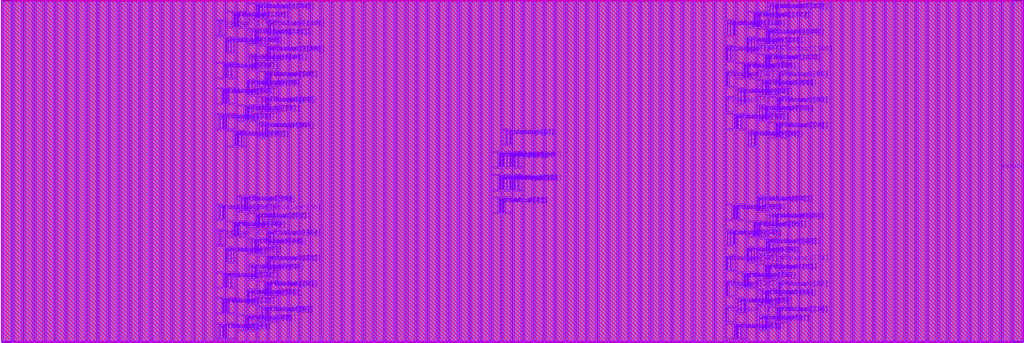
<source format=lef>
VERSION 5.8 ;
BUSBITCHARS "[]" ;
DIVIDERCHAR "/" ;

UNITS
  DATABASE MICRONS 4000 ;
END UNITS

PROPERTYDEFINITIONS
  MACRO hpml_layer STRING ;
  MACRO heml_layer STRING ;
END PROPERTYDEFINITIONS

MACRO arf124b256e1r1w0cbbehcaa4acw
  CLASS BLOCK ;
  FOREIGN arf124b256e1r1w0cbbehcaa4acw ;
  ORIGIN 0 0 ;
  SIZE 86.4 BY 28.8 ;
  PIN ckrdp0
    DIRECTION INPUT ;
    USE SIGNAL ;
    PORT
      LAYER m7 ;
        RECT 42.728 14.76 42.772 15.96 ;
    END
  END ckrdp0
  PIN ckwrp0
    DIRECTION INPUT ;
    USE SIGNAL ;
    PORT
      LAYER m7 ;
        RECT 42.084 12.84 42.128 14.04 ;
    END
  END ckwrp0
  PIN rdaddrp0[0]
    DIRECTION INPUT ;
    USE SIGNAL ;
    PORT
      LAYER m7 ;
        RECT 43.628 14.76 43.672 15.96 ;
    END
  END rdaddrp0[0]
  PIN rdaddrp0[1]
    DIRECTION INPUT ;
    USE SIGNAL ;
    PORT
      LAYER m7 ;
        RECT 42.084 14.76 42.128 15.96 ;
    END
  END rdaddrp0[1]
  PIN rdaddrp0[2]
    DIRECTION INPUT ;
    USE SIGNAL ;
    PORT
      LAYER m7 ;
        RECT 42.172 14.76 42.216 15.96 ;
    END
  END rdaddrp0[2]
  PIN rdaddrp0[3]
    DIRECTION INPUT ;
    USE SIGNAL ;
    PORT
      LAYER m7 ;
        RECT 42.384 14.76 42.428 15.96 ;
    END
  END rdaddrp0[3]
  PIN rdaddrp0[4]
    DIRECTION INPUT ;
    USE SIGNAL ;
    PORT
      LAYER m7 ;
        RECT 42.472 14.76 42.516 15.96 ;
    END
  END rdaddrp0[4]
  PIN rdaddrp0[5]
    DIRECTION INPUT ;
    USE SIGNAL ;
    PORT
      LAYER m7 ;
        RECT 42.728 16.68 42.772 17.88 ;
    END
  END rdaddrp0[5]
  PIN rdaddrp0[6]
    DIRECTION INPUT ;
    USE SIGNAL ;
    PORT
      LAYER m7 ;
        RECT 42.984 16.68 43.028 17.88 ;
    END
  END rdaddrp0[6]
  PIN rdaddrp0[7]
    DIRECTION INPUT ;
    USE SIGNAL ;
    PORT
      LAYER m7 ;
        RECT 43.072 16.68 43.116 17.88 ;
    END
  END rdaddrp0[7]
  PIN rdaddrp0_fd
    DIRECTION INPUT ;
    USE SIGNAL ;
    PORT
      LAYER m7 ;
        RECT 42.984 14.76 43.028 15.96 ;
    END
  END rdaddrp0_fd
  PIN rdaddrp0_rd
    DIRECTION INPUT ;
    USE SIGNAL ;
    PORT
      LAYER m7 ;
        RECT 43.072 14.76 43.116 15.96 ;
    END
  END rdaddrp0_rd
  PIN rdenp0
    DIRECTION INPUT ;
    USE SIGNAL ;
    PORT
      LAYER m7 ;
        RECT 43.284 14.76 43.328 15.96 ;
    END
  END rdenp0
  PIN sdl_initp0
    DIRECTION INPUT ;
    USE SIGNAL ;
    PORT
      LAYER m7 ;
        RECT 43.372 14.76 43.416 15.96 ;
    END
  END sdl_initp0
  PIN wraddrp0[0]
    DIRECTION INPUT ;
    USE SIGNAL ;
    PORT
      LAYER m7 ;
        RECT 43.072 12.84 43.116 14.04 ;
    END
  END wraddrp0[0]
  PIN wraddrp0[1]
    DIRECTION INPUT ;
    USE SIGNAL ;
    PORT
      LAYER m7 ;
        RECT 43.284 12.84 43.328 14.04 ;
    END
  END wraddrp0[1]
  PIN wraddrp0[2]
    DIRECTION INPUT ;
    USE SIGNAL ;
    PORT
      LAYER m7 ;
        RECT 43.372 12.84 43.416 14.04 ;
    END
  END wraddrp0[2]
  PIN wraddrp0[3]
    DIRECTION INPUT ;
    USE SIGNAL ;
    PORT
      LAYER m7 ;
        RECT 43.628 12.84 43.672 14.04 ;
    END
  END wraddrp0[3]
  PIN wraddrp0[4]
    DIRECTION INPUT ;
    USE SIGNAL ;
    PORT
      LAYER m7 ;
        RECT 42.084 10.92 42.128 12.12 ;
    END
  END wraddrp0[4]
  PIN wraddrp0[5]
    DIRECTION INPUT ;
    USE SIGNAL ;
    PORT
      LAYER m7 ;
        RECT 42.172 10.92 42.216 12.12 ;
    END
  END wraddrp0[5]
  PIN wraddrp0[6]
    DIRECTION INPUT ;
    USE SIGNAL ;
    PORT
      LAYER m7 ;
        RECT 42.384 10.92 42.428 12.12 ;
    END
  END wraddrp0[6]
  PIN wraddrp0[7]
    DIRECTION INPUT ;
    USE SIGNAL ;
    PORT
      LAYER m7 ;
        RECT 42.472 10.92 42.516 12.12 ;
    END
  END wraddrp0[7]
  PIN wraddrp0_fd
    DIRECTION INPUT ;
    USE SIGNAL ;
    PORT
      LAYER m7 ;
        RECT 42.172 12.84 42.216 14.04 ;
    END
  END wraddrp0_fd
  PIN wraddrp0_rd
    DIRECTION INPUT ;
    USE SIGNAL ;
    PORT
      LAYER m7 ;
        RECT 42.384 12.84 42.428 14.04 ;
    END
  END wraddrp0_rd
  PIN wrdatap0[0]
    DIRECTION INPUT ;
    USE SIGNAL ;
    PORT
      LAYER m7 ;
        RECT 18.428 0.24 18.472 1.44 ;
    END
  END wrdatap0[0]
  PIN wrdatap0[100]
    DIRECTION INPUT ;
    USE SIGNAL ;
    PORT
      LAYER m7 ;
        RECT 20.872 23.04 20.916 24.24 ;
    END
  END wrdatap0[100]
  PIN wrdatap0[101]
    DIRECTION INPUT ;
    USE SIGNAL ;
    PORT
      LAYER m7 ;
        RECT 21.128 23.04 21.172 24.24 ;
    END
  END wrdatap0[101]
  PIN wrdatap0[102]
    DIRECTION INPUT ;
    USE SIGNAL ;
    PORT
      LAYER m7 ;
        RECT 64.584 23.04 64.628 24.24 ;
    END
  END wrdatap0[102]
  PIN wrdatap0[103]
    DIRECTION INPUT ;
    USE SIGNAL ;
    PORT
      LAYER m7 ;
        RECT 64.672 23.04 64.716 24.24 ;
    END
  END wrdatap0[103]
  PIN wrdatap0[104]
    DIRECTION INPUT ;
    USE SIGNAL ;
    PORT
      LAYER m7 ;
        RECT 22.372 23.76 22.416 24.96 ;
    END
  END wrdatap0[104]
  PIN wrdatap0[105]
    DIRECTION INPUT ;
    USE SIGNAL ;
    PORT
      LAYER m7 ;
        RECT 22.584 23.76 22.628 24.96 ;
    END
  END wrdatap0[105]
  PIN wrdatap0[106]
    DIRECTION INPUT ;
    USE SIGNAL ;
    PORT
      LAYER m7 ;
        RECT 65.872 23.76 65.916 24.96 ;
    END
  END wrdatap0[106]
  PIN wrdatap0[107]
    DIRECTION INPUT ;
    USE SIGNAL ;
    PORT
      LAYER m7 ;
        RECT 61.284 23.76 61.328 24.96 ;
    END
  END wrdatap0[107]
  PIN wrdatap0[108]
    DIRECTION INPUT ;
    USE SIGNAL ;
    PORT
      LAYER m7 ;
        RECT 18.984 24.48 19.028 25.68 ;
    END
  END wrdatap0[108]
  PIN wrdatap0[109]
    DIRECTION INPUT ;
    USE SIGNAL ;
    PORT
      LAYER m7 ;
        RECT 19.072 24.48 19.116 25.68 ;
    END
  END wrdatap0[109]
  PIN wrdatap0[10]
    DIRECTION INPUT ;
    USE SIGNAL ;
    PORT
      LAYER m7 ;
        RECT 65.572 1.68 65.616 2.88 ;
    END
  END wrdatap0[10]
  PIN wrdatap0[110]
    DIRECTION INPUT ;
    USE SIGNAL ;
    PORT
      LAYER m7 ;
        RECT 63.084 24.48 63.128 25.68 ;
    END
  END wrdatap0[110]
  PIN wrdatap0[111]
    DIRECTION INPUT ;
    USE SIGNAL ;
    PORT
      LAYER m7 ;
        RECT 63.172 24.48 63.216 25.68 ;
    END
  END wrdatap0[111]
  PIN wrdatap0[112]
    DIRECTION INPUT ;
    USE SIGNAL ;
    PORT
      LAYER m7 ;
        RECT 21.128 25.2 21.172 26.4 ;
    END
  END wrdatap0[112]
  PIN wrdatap0[113]
    DIRECTION INPUT ;
    USE SIGNAL ;
    PORT
      LAYER m7 ;
        RECT 21.384 25.2 21.428 26.4 ;
    END
  END wrdatap0[113]
  PIN wrdatap0[114]
    DIRECTION INPUT ;
    USE SIGNAL ;
    PORT
      LAYER m7 ;
        RECT 64.672 25.2 64.716 26.4 ;
    END
  END wrdatap0[114]
  PIN wrdatap0[115]
    DIRECTION INPUT ;
    USE SIGNAL ;
    PORT
      LAYER m7 ;
        RECT 64.884 25.2 64.928 26.4 ;
    END
  END wrdatap0[115]
  PIN wrdatap0[116]
    DIRECTION INPUT ;
    USE SIGNAL ;
    PORT
      LAYER m7 ;
        RECT 22.584 25.92 22.628 27.12 ;
    END
  END wrdatap0[116]
  PIN wrdatap0[117]
    DIRECTION INPUT ;
    USE SIGNAL ;
    PORT
      LAYER m7 ;
        RECT 22.672 25.92 22.716 27.12 ;
    END
  END wrdatap0[117]
  PIN wrdatap0[118]
    DIRECTION INPUT ;
    USE SIGNAL ;
    PORT
      LAYER m7 ;
        RECT 61.372 25.92 61.416 27.12 ;
    END
  END wrdatap0[118]
  PIN wrdatap0[119]
    DIRECTION INPUT ;
    USE SIGNAL ;
    PORT
      LAYER m7 ;
        RECT 61.628 25.92 61.672 27.12 ;
    END
  END wrdatap0[119]
  PIN wrdatap0[11]
    DIRECTION INPUT ;
    USE SIGNAL ;
    PORT
      LAYER m7 ;
        RECT 65.784 1.68 65.828 2.88 ;
    END
  END wrdatap0[11]
  PIN wrdatap0[120]
    DIRECTION INPUT ;
    USE SIGNAL ;
    PORT
      LAYER m7 ;
        RECT 19.584 26.64 19.628 27.84 ;
    END
  END wrdatap0[120]
  PIN wrdatap0[121]
    DIRECTION INPUT ;
    USE SIGNAL ;
    PORT
      LAYER m7 ;
        RECT 19.672 26.64 19.716 27.84 ;
    END
  END wrdatap0[121]
  PIN wrdatap0[122]
    DIRECTION INPUT ;
    USE SIGNAL ;
    PORT
      LAYER m7 ;
        RECT 63.684 26.64 63.728 27.84 ;
    END
  END wrdatap0[122]
  PIN wrdatap0[123]
    DIRECTION INPUT ;
    USE SIGNAL ;
    PORT
      LAYER m7 ;
        RECT 63.772 26.64 63.816 27.84 ;
    END
  END wrdatap0[123]
  PIN wrdatap0[124]
    DIRECTION INPUT ;
    USE SIGNAL ;
    PORT
      LAYER m7 ;
        RECT 21.472 27.36 21.516 28.56 ;
    END
  END wrdatap0[124]
  PIN wrdatap0[125]
    DIRECTION INPUT ;
    USE SIGNAL ;
    PORT
      LAYER m7 ;
        RECT 21.684 27.36 21.728 28.56 ;
    END
  END wrdatap0[125]
  PIN wrdatap0[126]
    DIRECTION INPUT ;
    USE SIGNAL ;
    PORT
      LAYER m7 ;
        RECT 64.972 27.36 65.016 28.56 ;
    END
  END wrdatap0[126]
  PIN wrdatap0[127]
    DIRECTION INPUT ;
    USE SIGNAL ;
    PORT
      LAYER m7 ;
        RECT 65.228 27.36 65.272 28.56 ;
    END
  END wrdatap0[127]
  PIN wrdatap0[12]
    DIRECTION INPUT ;
    USE SIGNAL ;
    PORT
      LAYER m7 ;
        RECT 18.684 2.4 18.728 3.6 ;
    END
  END wrdatap0[12]
  PIN wrdatap0[13]
    DIRECTION INPUT ;
    USE SIGNAL ;
    PORT
      LAYER m7 ;
        RECT 18.772 2.4 18.816 3.6 ;
    END
  END wrdatap0[13]
  PIN wrdatap0[14]
    DIRECTION INPUT ;
    USE SIGNAL ;
    PORT
      LAYER m7 ;
        RECT 62.272 2.4 62.316 3.6 ;
    END
  END wrdatap0[14]
  PIN wrdatap0[15]
    DIRECTION INPUT ;
    USE SIGNAL ;
    PORT
      LAYER m7 ;
        RECT 62.528 2.4 62.572 3.6 ;
    END
  END wrdatap0[15]
  PIN wrdatap0[16]
    DIRECTION INPUT ;
    USE SIGNAL ;
    PORT
      LAYER m7 ;
        RECT 20.784 3.12 20.828 4.32 ;
    END
  END wrdatap0[16]
  PIN wrdatap0[17]
    DIRECTION INPUT ;
    USE SIGNAL ;
    PORT
      LAYER m7 ;
        RECT 20.872 3.12 20.916 4.32 ;
    END
  END wrdatap0[17]
  PIN wrdatap0[18]
    DIRECTION INPUT ;
    USE SIGNAL ;
    PORT
      LAYER m7 ;
        RECT 64.328 3.12 64.372 4.32 ;
    END
  END wrdatap0[18]
  PIN wrdatap0[19]
    DIRECTION INPUT ;
    USE SIGNAL ;
    PORT
      LAYER m7 ;
        RECT 64.584 3.12 64.628 4.32 ;
    END
  END wrdatap0[19]
  PIN wrdatap0[1]
    DIRECTION INPUT ;
    USE SIGNAL ;
    PORT
      LAYER m7 ;
        RECT 18.684 0.24 18.728 1.44 ;
    END
  END wrdatap0[1]
  PIN wrdatap0[20]
    DIRECTION INPUT ;
    USE SIGNAL ;
    PORT
      LAYER m7 ;
        RECT 22.284 3.84 22.328 5.04 ;
    END
  END wrdatap0[20]
  PIN wrdatap0[21]
    DIRECTION INPUT ;
    USE SIGNAL ;
    PORT
      LAYER m7 ;
        RECT 22.372 3.84 22.416 5.04 ;
    END
  END wrdatap0[21]
  PIN wrdatap0[22]
    DIRECTION INPUT ;
    USE SIGNAL ;
    PORT
      LAYER m7 ;
        RECT 65.784 3.84 65.828 5.04 ;
    END
  END wrdatap0[22]
  PIN wrdatap0[23]
    DIRECTION INPUT ;
    USE SIGNAL ;
    PORT
      LAYER m7 ;
        RECT 65.872 3.84 65.916 5.04 ;
    END
  END wrdatap0[23]
  PIN wrdatap0[24]
    DIRECTION INPUT ;
    USE SIGNAL ;
    PORT
      LAYER m7 ;
        RECT 18.772 4.56 18.816 5.76 ;
    END
  END wrdatap0[24]
  PIN wrdatap0[25]
    DIRECTION INPUT ;
    USE SIGNAL ;
    PORT
      LAYER m7 ;
        RECT 18.984 4.56 19.028 5.76 ;
    END
  END wrdatap0[25]
  PIN wrdatap0[26]
    DIRECTION INPUT ;
    USE SIGNAL ;
    PORT
      LAYER m7 ;
        RECT 62.784 4.56 62.828 5.76 ;
    END
  END wrdatap0[26]
  PIN wrdatap0[27]
    DIRECTION INPUT ;
    USE SIGNAL ;
    PORT
      LAYER m7 ;
        RECT 62.872 4.56 62.916 5.76 ;
    END
  END wrdatap0[27]
  PIN wrdatap0[28]
    DIRECTION INPUT ;
    USE SIGNAL ;
    PORT
      LAYER m7 ;
        RECT 20.872 5.28 20.916 6.48 ;
    END
  END wrdatap0[28]
  PIN wrdatap0[29]
    DIRECTION INPUT ;
    USE SIGNAL ;
    PORT
      LAYER m7 ;
        RECT 21.128 5.28 21.172 6.48 ;
    END
  END wrdatap0[29]
  PIN wrdatap0[2]
    DIRECTION INPUT ;
    USE SIGNAL ;
    PORT
      LAYER m7 ;
        RECT 61.972 0.24 62.016 1.44 ;
    END
  END wrdatap0[2]
  PIN wrdatap0[30]
    DIRECTION INPUT ;
    USE SIGNAL ;
    PORT
      LAYER m7 ;
        RECT 64.584 5.28 64.628 6.48 ;
    END
  END wrdatap0[30]
  PIN wrdatap0[31]
    DIRECTION INPUT ;
    USE SIGNAL ;
    PORT
      LAYER m7 ;
        RECT 64.672 5.28 64.716 6.48 ;
    END
  END wrdatap0[31]
  PIN wrdatap0[32]
    DIRECTION INPUT ;
    USE SIGNAL ;
    PORT
      LAYER m7 ;
        RECT 22.372 6 22.416 7.2 ;
    END
  END wrdatap0[32]
  PIN wrdatap0[33]
    DIRECTION INPUT ;
    USE SIGNAL ;
    PORT
      LAYER m7 ;
        RECT 22.584 6 22.628 7.2 ;
    END
  END wrdatap0[33]
  PIN wrdatap0[34]
    DIRECTION INPUT ;
    USE SIGNAL ;
    PORT
      LAYER m7 ;
        RECT 65.872 6 65.916 7.2 ;
    END
  END wrdatap0[34]
  PIN wrdatap0[35]
    DIRECTION INPUT ;
    USE SIGNAL ;
    PORT
      LAYER m7 ;
        RECT 61.284 6 61.328 7.2 ;
    END
  END wrdatap0[35]
  PIN wrdatap0[36]
    DIRECTION INPUT ;
    USE SIGNAL ;
    PORT
      LAYER m7 ;
        RECT 18.984 6.72 19.028 7.92 ;
    END
  END wrdatap0[36]
  PIN wrdatap0[37]
    DIRECTION INPUT ;
    USE SIGNAL ;
    PORT
      LAYER m7 ;
        RECT 19.072 6.72 19.116 7.92 ;
    END
  END wrdatap0[37]
  PIN wrdatap0[38]
    DIRECTION INPUT ;
    USE SIGNAL ;
    PORT
      LAYER m7 ;
        RECT 63.084 6.72 63.128 7.92 ;
    END
  END wrdatap0[38]
  PIN wrdatap0[39]
    DIRECTION INPUT ;
    USE SIGNAL ;
    PORT
      LAYER m7 ;
        RECT 63.172 6.72 63.216 7.92 ;
    END
  END wrdatap0[39]
  PIN wrdatap0[3]
    DIRECTION INPUT ;
    USE SIGNAL ;
    PORT
      LAYER m7 ;
        RECT 62.184 0.24 62.228 1.44 ;
    END
  END wrdatap0[3]
  PIN wrdatap0[40]
    DIRECTION INPUT ;
    USE SIGNAL ;
    PORT
      LAYER m7 ;
        RECT 21.128 7.44 21.172 8.64 ;
    END
  END wrdatap0[40]
  PIN wrdatap0[41]
    DIRECTION INPUT ;
    USE SIGNAL ;
    PORT
      LAYER m7 ;
        RECT 21.384 7.44 21.428 8.64 ;
    END
  END wrdatap0[41]
  PIN wrdatap0[42]
    DIRECTION INPUT ;
    USE SIGNAL ;
    PORT
      LAYER m7 ;
        RECT 64.672 7.44 64.716 8.64 ;
    END
  END wrdatap0[42]
  PIN wrdatap0[43]
    DIRECTION INPUT ;
    USE SIGNAL ;
    PORT
      LAYER m7 ;
        RECT 64.884 7.44 64.928 8.64 ;
    END
  END wrdatap0[43]
  PIN wrdatap0[44]
    DIRECTION INPUT ;
    USE SIGNAL ;
    PORT
      LAYER m7 ;
        RECT 22.584 8.16 22.628 9.36 ;
    END
  END wrdatap0[44]
  PIN wrdatap0[45]
    DIRECTION INPUT ;
    USE SIGNAL ;
    PORT
      LAYER m7 ;
        RECT 22.672 8.16 22.716 9.36 ;
    END
  END wrdatap0[45]
  PIN wrdatap0[46]
    DIRECTION INPUT ;
    USE SIGNAL ;
    PORT
      LAYER m7 ;
        RECT 61.372 8.16 61.416 9.36 ;
    END
  END wrdatap0[46]
  PIN wrdatap0[47]
    DIRECTION INPUT ;
    USE SIGNAL ;
    PORT
      LAYER m7 ;
        RECT 61.628 8.16 61.672 9.36 ;
    END
  END wrdatap0[47]
  PIN wrdatap0[48]
    DIRECTION INPUT ;
    USE SIGNAL ;
    PORT
      LAYER m7 ;
        RECT 19.584 8.88 19.628 10.08 ;
    END
  END wrdatap0[48]
  PIN wrdatap0[49]
    DIRECTION INPUT ;
    USE SIGNAL ;
    PORT
      LAYER m7 ;
        RECT 19.672 8.88 19.716 10.08 ;
    END
  END wrdatap0[49]
  PIN wrdatap0[4]
    DIRECTION INPUT ;
    USE SIGNAL ;
    PORT
      LAYER m7 ;
        RECT 20.572 0.96 20.616 2.16 ;
    END
  END wrdatap0[4]
  PIN wrdatap0[50]
    DIRECTION INPUT ;
    USE SIGNAL ;
    PORT
      LAYER m7 ;
        RECT 63.684 8.88 63.728 10.08 ;
    END
  END wrdatap0[50]
  PIN wrdatap0[51]
    DIRECTION INPUT ;
    USE SIGNAL ;
    PORT
      LAYER m7 ;
        RECT 63.772 8.88 63.816 10.08 ;
    END
  END wrdatap0[51]
  PIN wrdatap0[52]
    DIRECTION INPUT ;
    USE SIGNAL ;
    PORT
      LAYER m7 ;
        RECT 21.472 9.6 21.516 10.8 ;
    END
  END wrdatap0[52]
  PIN wrdatap0[53]
    DIRECTION INPUT ;
    USE SIGNAL ;
    PORT
      LAYER m7 ;
        RECT 21.684 9.6 21.728 10.8 ;
    END
  END wrdatap0[53]
  PIN wrdatap0[54]
    DIRECTION INPUT ;
    USE SIGNAL ;
    PORT
      LAYER m7 ;
        RECT 64.972 9.6 65.016 10.8 ;
    END
  END wrdatap0[54]
  PIN wrdatap0[55]
    DIRECTION INPUT ;
    USE SIGNAL ;
    PORT
      LAYER m7 ;
        RECT 65.228 9.6 65.272 10.8 ;
    END
  END wrdatap0[55]
  PIN wrdatap0[56]
    DIRECTION INPUT ;
    USE SIGNAL ;
    PORT
      LAYER m7 ;
        RECT 22.928 10.32 22.972 11.52 ;
    END
  END wrdatap0[56]
  PIN wrdatap0[57]
    DIRECTION INPUT ;
    USE SIGNAL ;
    PORT
      LAYER m7 ;
        RECT 18.428 10.32 18.472 11.52 ;
    END
  END wrdatap0[57]
  PIN wrdatap0[58]
    DIRECTION INPUT ;
    USE SIGNAL ;
    PORT
      LAYER m7 ;
        RECT 61.884 10.32 61.928 11.52 ;
    END
  END wrdatap0[58]
  PIN wrdatap0[59]
    DIRECTION INPUT ;
    USE SIGNAL ;
    PORT
      LAYER m7 ;
        RECT 61.972 10.32 62.016 11.52 ;
    END
  END wrdatap0[59]
  PIN wrdatap0[5]
    DIRECTION INPUT ;
    USE SIGNAL ;
    PORT
      LAYER m7 ;
        RECT 20.784 0.96 20.828 2.16 ;
    END
  END wrdatap0[5]
  PIN wrdatap0[60]
    DIRECTION INPUT ;
    USE SIGNAL ;
    PORT
      LAYER m7 ;
        RECT 20.228 11.04 20.272 12.24 ;
    END
  END wrdatap0[60]
  PIN wrdatap0[61]
    DIRECTION INPUT ;
    USE SIGNAL ;
    PORT
      LAYER m7 ;
        RECT 20.484 11.04 20.528 12.24 ;
    END
  END wrdatap0[61]
  PIN wrdatap0[62]
    DIRECTION INPUT ;
    USE SIGNAL ;
    PORT
      LAYER m7 ;
        RECT 63.984 11.04 64.028 12.24 ;
    END
  END wrdatap0[62]
  PIN wrdatap0[63]
    DIRECTION INPUT ;
    USE SIGNAL ;
    PORT
      LAYER m7 ;
        RECT 64.072 11.04 64.116 12.24 ;
    END
  END wrdatap0[63]
  PIN wrdatap0[64]
    DIRECTION INPUT ;
    USE SIGNAL ;
    PORT
      LAYER m7 ;
        RECT 19.672 16.56 19.716 17.76 ;
    END
  END wrdatap0[64]
  PIN wrdatap0[65]
    DIRECTION INPUT ;
    USE SIGNAL ;
    PORT
      LAYER m7 ;
        RECT 19.884 16.56 19.928 17.76 ;
    END
  END wrdatap0[65]
  PIN wrdatap0[66]
    DIRECTION INPUT ;
    USE SIGNAL ;
    PORT
      LAYER m7 ;
        RECT 63.172 16.56 63.216 17.76 ;
    END
  END wrdatap0[66]
  PIN wrdatap0[67]
    DIRECTION INPUT ;
    USE SIGNAL ;
    PORT
      LAYER m7 ;
        RECT 63.428 16.56 63.472 17.76 ;
    END
  END wrdatap0[67]
  PIN wrdatap0[68]
    DIRECTION INPUT ;
    USE SIGNAL ;
    PORT
      LAYER m7 ;
        RECT 21.772 17.28 21.816 18.48 ;
    END
  END wrdatap0[68]
  PIN wrdatap0[69]
    DIRECTION INPUT ;
    USE SIGNAL ;
    PORT
      LAYER m7 ;
        RECT 22.028 17.28 22.072 18.48 ;
    END
  END wrdatap0[69]
  PIN wrdatap0[6]
    DIRECTION INPUT ;
    USE SIGNAL ;
    PORT
      LAYER m7 ;
        RECT 64.072 0.96 64.116 2.16 ;
    END
  END wrdatap0[6]
  PIN wrdatap0[70]
    DIRECTION INPUT ;
    USE SIGNAL ;
    PORT
      LAYER m7 ;
        RECT 65.484 17.28 65.528 18.48 ;
    END
  END wrdatap0[70]
  PIN wrdatap0[71]
    DIRECTION INPUT ;
    USE SIGNAL ;
    PORT
      LAYER m7 ;
        RECT 65.572 17.28 65.616 18.48 ;
    END
  END wrdatap0[71]
  PIN wrdatap0[72]
    DIRECTION INPUT ;
    USE SIGNAL ;
    PORT
      LAYER m7 ;
        RECT 18.428 18 18.472 19.2 ;
    END
  END wrdatap0[72]
  PIN wrdatap0[73]
    DIRECTION INPUT ;
    USE SIGNAL ;
    PORT
      LAYER m7 ;
        RECT 18.684 18 18.728 19.2 ;
    END
  END wrdatap0[73]
  PIN wrdatap0[74]
    DIRECTION INPUT ;
    USE SIGNAL ;
    PORT
      LAYER m7 ;
        RECT 61.972 18 62.016 19.2 ;
    END
  END wrdatap0[74]
  PIN wrdatap0[75]
    DIRECTION INPUT ;
    USE SIGNAL ;
    PORT
      LAYER m7 ;
        RECT 62.184 18 62.228 19.2 ;
    END
  END wrdatap0[75]
  PIN wrdatap0[76]
    DIRECTION INPUT ;
    USE SIGNAL ;
    PORT
      LAYER m7 ;
        RECT 20.572 18.72 20.616 19.92 ;
    END
  END wrdatap0[76]
  PIN wrdatap0[77]
    DIRECTION INPUT ;
    USE SIGNAL ;
    PORT
      LAYER m7 ;
        RECT 20.784 18.72 20.828 19.92 ;
    END
  END wrdatap0[77]
  PIN wrdatap0[78]
    DIRECTION INPUT ;
    USE SIGNAL ;
    PORT
      LAYER m7 ;
        RECT 64.072 18.72 64.116 19.92 ;
    END
  END wrdatap0[78]
  PIN wrdatap0[79]
    DIRECTION INPUT ;
    USE SIGNAL ;
    PORT
      LAYER m7 ;
        RECT 64.328 18.72 64.372 19.92 ;
    END
  END wrdatap0[79]
  PIN wrdatap0[7]
    DIRECTION INPUT ;
    USE SIGNAL ;
    PORT
      LAYER m7 ;
        RECT 64.328 0.96 64.372 2.16 ;
    END
  END wrdatap0[7]
  PIN wrdatap0[80]
    DIRECTION INPUT ;
    USE SIGNAL ;
    PORT
      LAYER m7 ;
        RECT 22.028 19.44 22.072 20.64 ;
    END
  END wrdatap0[80]
  PIN wrdatap0[81]
    DIRECTION INPUT ;
    USE SIGNAL ;
    PORT
      LAYER m7 ;
        RECT 22.284 19.44 22.328 20.64 ;
    END
  END wrdatap0[81]
  PIN wrdatap0[82]
    DIRECTION INPUT ;
    USE SIGNAL ;
    PORT
      LAYER m7 ;
        RECT 65.572 19.44 65.616 20.64 ;
    END
  END wrdatap0[82]
  PIN wrdatap0[83]
    DIRECTION INPUT ;
    USE SIGNAL ;
    PORT
      LAYER m7 ;
        RECT 65.784 19.44 65.828 20.64 ;
    END
  END wrdatap0[83]
  PIN wrdatap0[84]
    DIRECTION INPUT ;
    USE SIGNAL ;
    PORT
      LAYER m7 ;
        RECT 18.684 20.16 18.728 21.36 ;
    END
  END wrdatap0[84]
  PIN wrdatap0[85]
    DIRECTION INPUT ;
    USE SIGNAL ;
    PORT
      LAYER m7 ;
        RECT 18.772 20.16 18.816 21.36 ;
    END
  END wrdatap0[85]
  PIN wrdatap0[86]
    DIRECTION INPUT ;
    USE SIGNAL ;
    PORT
      LAYER m7 ;
        RECT 62.272 20.16 62.316 21.36 ;
    END
  END wrdatap0[86]
  PIN wrdatap0[87]
    DIRECTION INPUT ;
    USE SIGNAL ;
    PORT
      LAYER m7 ;
        RECT 62.528 20.16 62.572 21.36 ;
    END
  END wrdatap0[87]
  PIN wrdatap0[88]
    DIRECTION INPUT ;
    USE SIGNAL ;
    PORT
      LAYER m7 ;
        RECT 20.784 20.88 20.828 22.08 ;
    END
  END wrdatap0[88]
  PIN wrdatap0[89]
    DIRECTION INPUT ;
    USE SIGNAL ;
    PORT
      LAYER m7 ;
        RECT 20.872 20.88 20.916 22.08 ;
    END
  END wrdatap0[89]
  PIN wrdatap0[8]
    DIRECTION INPUT ;
    USE SIGNAL ;
    PORT
      LAYER m7 ;
        RECT 22.028 1.68 22.072 2.88 ;
    END
  END wrdatap0[8]
  PIN wrdatap0[90]
    DIRECTION INPUT ;
    USE SIGNAL ;
    PORT
      LAYER m7 ;
        RECT 64.328 20.88 64.372 22.08 ;
    END
  END wrdatap0[90]
  PIN wrdatap0[91]
    DIRECTION INPUT ;
    USE SIGNAL ;
    PORT
      LAYER m7 ;
        RECT 64.584 20.88 64.628 22.08 ;
    END
  END wrdatap0[91]
  PIN wrdatap0[92]
    DIRECTION INPUT ;
    USE SIGNAL ;
    PORT
      LAYER m7 ;
        RECT 22.284 21.6 22.328 22.8 ;
    END
  END wrdatap0[92]
  PIN wrdatap0[93]
    DIRECTION INPUT ;
    USE SIGNAL ;
    PORT
      LAYER m7 ;
        RECT 22.372 21.6 22.416 22.8 ;
    END
  END wrdatap0[93]
  PIN wrdatap0[94]
    DIRECTION INPUT ;
    USE SIGNAL ;
    PORT
      LAYER m7 ;
        RECT 65.784 21.6 65.828 22.8 ;
    END
  END wrdatap0[94]
  PIN wrdatap0[95]
    DIRECTION INPUT ;
    USE SIGNAL ;
    PORT
      LAYER m7 ;
        RECT 65.872 21.6 65.916 22.8 ;
    END
  END wrdatap0[95]
  PIN wrdatap0[96]
    DIRECTION INPUT ;
    USE SIGNAL ;
    PORT
      LAYER m7 ;
        RECT 18.772 22.32 18.816 23.52 ;
    END
  END wrdatap0[96]
  PIN wrdatap0[97]
    DIRECTION INPUT ;
    USE SIGNAL ;
    PORT
      LAYER m7 ;
        RECT 18.984 22.32 19.028 23.52 ;
    END
  END wrdatap0[97]
  PIN wrdatap0[98]
    DIRECTION INPUT ;
    USE SIGNAL ;
    PORT
      LAYER m7 ;
        RECT 62.784 22.32 62.828 23.52 ;
    END
  END wrdatap0[98]
  PIN wrdatap0[99]
    DIRECTION INPUT ;
    USE SIGNAL ;
    PORT
      LAYER m7 ;
        RECT 62.872 22.32 62.916 23.52 ;
    END
  END wrdatap0[99]
  PIN wrdatap0[9]
    DIRECTION INPUT ;
    USE SIGNAL ;
    PORT
      LAYER m7 ;
        RECT 22.284 1.68 22.328 2.88 ;
    END
  END wrdatap0[9]
  PIN wrdatap0_fd
    DIRECTION INPUT ;
    USE SIGNAL ;
    PORT
      LAYER m7 ;
        RECT 42.728 12.84 42.772 14.04 ;
    END
  END wrdatap0_fd
  PIN wrdatap0_rd
    DIRECTION INPUT ;
    USE SIGNAL ;
    PORT
      LAYER m7 ;
        RECT 42.984 12.84 43.028 14.04 ;
    END
  END wrdatap0_rd
  PIN wrenp0
    DIRECTION INPUT ;
    USE SIGNAL ;
    PORT
      LAYER m7 ;
        RECT 42.472 12.84 42.516 14.04 ;
    END
  END wrenp0
  PIN rddatap0[0]
    DIRECTION OUTPUT ;
    USE SIGNAL ;
    PORT
      LAYER m7 ;
        RECT 18.772 0.24 18.816 1.44 ;
    END
  END rddatap0[0]
  PIN rddatap0[100]
    DIRECTION OUTPUT ;
    USE SIGNAL ;
    PORT
      LAYER m7 ;
        RECT 21.384 23.04 21.428 24.24 ;
    END
  END rddatap0[100]
  PIN rddatap0[101]
    DIRECTION OUTPUT ;
    USE SIGNAL ;
    PORT
      LAYER m7 ;
        RECT 21.472 23.04 21.516 24.24 ;
    END
  END rddatap0[101]
  PIN rddatap0[102]
    DIRECTION OUTPUT ;
    USE SIGNAL ;
    PORT
      LAYER m7 ;
        RECT 64.884 23.04 64.928 24.24 ;
    END
  END rddatap0[102]
  PIN rddatap0[103]
    DIRECTION OUTPUT ;
    USE SIGNAL ;
    PORT
      LAYER m7 ;
        RECT 64.972 23.04 65.016 24.24 ;
    END
  END rddatap0[103]
  PIN rddatap0[104]
    DIRECTION OUTPUT ;
    USE SIGNAL ;
    PORT
      LAYER m7 ;
        RECT 22.672 23.76 22.716 24.96 ;
    END
  END rddatap0[104]
  PIN rddatap0[105]
    DIRECTION OUTPUT ;
    USE SIGNAL ;
    PORT
      LAYER m7 ;
        RECT 22.928 23.76 22.972 24.96 ;
    END
  END rddatap0[105]
  PIN rddatap0[106]
    DIRECTION OUTPUT ;
    USE SIGNAL ;
    PORT
      LAYER m7 ;
        RECT 61.372 23.76 61.416 24.96 ;
    END
  END rddatap0[106]
  PIN rddatap0[107]
    DIRECTION OUTPUT ;
    USE SIGNAL ;
    PORT
      LAYER m7 ;
        RECT 61.628 23.76 61.672 24.96 ;
    END
  END rddatap0[107]
  PIN rddatap0[108]
    DIRECTION OUTPUT ;
    USE SIGNAL ;
    PORT
      LAYER m7 ;
        RECT 19.328 24.48 19.372 25.68 ;
    END
  END rddatap0[108]
  PIN rddatap0[109]
    DIRECTION OUTPUT ;
    USE SIGNAL ;
    PORT
      LAYER m7 ;
        RECT 19.584 24.48 19.628 25.68 ;
    END
  END rddatap0[109]
  PIN rddatap0[10]
    DIRECTION OUTPUT ;
    USE SIGNAL ;
    PORT
      LAYER m7 ;
        RECT 65.872 1.68 65.916 2.88 ;
    END
  END rddatap0[10]
  PIN rddatap0[110]
    DIRECTION OUTPUT ;
    USE SIGNAL ;
    PORT
      LAYER m7 ;
        RECT 63.428 24.48 63.472 25.68 ;
    END
  END rddatap0[110]
  PIN rddatap0[111]
    DIRECTION OUTPUT ;
    USE SIGNAL ;
    PORT
      LAYER m7 ;
        RECT 63.684 24.48 63.728 25.68 ;
    END
  END rddatap0[111]
  PIN rddatap0[112]
    DIRECTION OUTPUT ;
    USE SIGNAL ;
    PORT
      LAYER m7 ;
        RECT 21.472 25.2 21.516 26.4 ;
    END
  END rddatap0[112]
  PIN rddatap0[113]
    DIRECTION OUTPUT ;
    USE SIGNAL ;
    PORT
      LAYER m7 ;
        RECT 21.684 25.2 21.728 26.4 ;
    END
  END rddatap0[113]
  PIN rddatap0[114]
    DIRECTION OUTPUT ;
    USE SIGNAL ;
    PORT
      LAYER m7 ;
        RECT 64.972 25.2 65.016 26.4 ;
    END
  END rddatap0[114]
  PIN rddatap0[115]
    DIRECTION OUTPUT ;
    USE SIGNAL ;
    PORT
      LAYER m7 ;
        RECT 65.228 25.2 65.272 26.4 ;
    END
  END rddatap0[115]
  PIN rddatap0[116]
    DIRECTION OUTPUT ;
    USE SIGNAL ;
    PORT
      LAYER m7 ;
        RECT 22.928 25.92 22.972 27.12 ;
    END
  END rddatap0[116]
  PIN rddatap0[117]
    DIRECTION OUTPUT ;
    USE SIGNAL ;
    PORT
      LAYER m7 ;
        RECT 18.428 25.92 18.472 27.12 ;
    END
  END rddatap0[117]
  PIN rddatap0[118]
    DIRECTION OUTPUT ;
    USE SIGNAL ;
    PORT
      LAYER m7 ;
        RECT 61.884 25.92 61.928 27.12 ;
    END
  END rddatap0[118]
  PIN rddatap0[119]
    DIRECTION OUTPUT ;
    USE SIGNAL ;
    PORT
      LAYER m7 ;
        RECT 61.972 25.92 62.016 27.12 ;
    END
  END rddatap0[119]
  PIN rddatap0[11]
    DIRECTION OUTPUT ;
    USE SIGNAL ;
    PORT
      LAYER m7 ;
        RECT 61.284 1.68 61.328 2.88 ;
    END
  END rddatap0[11]
  PIN rddatap0[120]
    DIRECTION OUTPUT ;
    USE SIGNAL ;
    PORT
      LAYER m7 ;
        RECT 19.884 26.64 19.928 27.84 ;
    END
  END rddatap0[120]
  PIN rddatap0[121]
    DIRECTION OUTPUT ;
    USE SIGNAL ;
    PORT
      LAYER m7 ;
        RECT 19.972 26.64 20.016 27.84 ;
    END
  END rddatap0[121]
  PIN rddatap0[122]
    DIRECTION OUTPUT ;
    USE SIGNAL ;
    PORT
      LAYER m7 ;
        RECT 63.984 26.64 64.028 27.84 ;
    END
  END rddatap0[122]
  PIN rddatap0[123]
    DIRECTION OUTPUT ;
    USE SIGNAL ;
    PORT
      LAYER m7 ;
        RECT 64.072 26.64 64.116 27.84 ;
    END
  END rddatap0[123]
  PIN rddatap0[124]
    DIRECTION OUTPUT ;
    USE SIGNAL ;
    PORT
      LAYER m7 ;
        RECT 21.772 27.36 21.816 28.56 ;
    END
  END rddatap0[124]
  PIN rddatap0[125]
    DIRECTION OUTPUT ;
    USE SIGNAL ;
    PORT
      LAYER m7 ;
        RECT 22.028 27.36 22.072 28.56 ;
    END
  END rddatap0[125]
  PIN rddatap0[126]
    DIRECTION OUTPUT ;
    USE SIGNAL ;
    PORT
      LAYER m7 ;
        RECT 65.484 27.36 65.528 28.56 ;
    END
  END rddatap0[126]
  PIN rddatap0[127]
    DIRECTION OUTPUT ;
    USE SIGNAL ;
    PORT
      LAYER m7 ;
        RECT 65.572 27.36 65.616 28.56 ;
    END
  END rddatap0[127]
  PIN rddatap0[12]
    DIRECTION OUTPUT ;
    USE SIGNAL ;
    PORT
      LAYER m7 ;
        RECT 18.984 2.4 19.028 3.6 ;
    END
  END rddatap0[12]
  PIN rddatap0[13]
    DIRECTION OUTPUT ;
    USE SIGNAL ;
    PORT
      LAYER m7 ;
        RECT 19.072 2.4 19.116 3.6 ;
    END
  END rddatap0[13]
  PIN rddatap0[14]
    DIRECTION OUTPUT ;
    USE SIGNAL ;
    PORT
      LAYER m7 ;
        RECT 62.784 2.4 62.828 3.6 ;
    END
  END rddatap0[14]
  PIN rddatap0[15]
    DIRECTION OUTPUT ;
    USE SIGNAL ;
    PORT
      LAYER m7 ;
        RECT 62.872 2.4 62.916 3.6 ;
    END
  END rddatap0[15]
  PIN rddatap0[16]
    DIRECTION OUTPUT ;
    USE SIGNAL ;
    PORT
      LAYER m7 ;
        RECT 21.128 3.12 21.172 4.32 ;
    END
  END rddatap0[16]
  PIN rddatap0[17]
    DIRECTION OUTPUT ;
    USE SIGNAL ;
    PORT
      LAYER m7 ;
        RECT 21.384 3.12 21.428 4.32 ;
    END
  END rddatap0[17]
  PIN rddatap0[18]
    DIRECTION OUTPUT ;
    USE SIGNAL ;
    PORT
      LAYER m7 ;
        RECT 64.672 3.12 64.716 4.32 ;
    END
  END rddatap0[18]
  PIN rddatap0[19]
    DIRECTION OUTPUT ;
    USE SIGNAL ;
    PORT
      LAYER m7 ;
        RECT 64.884 3.12 64.928 4.32 ;
    END
  END rddatap0[19]
  PIN rddatap0[1]
    DIRECTION OUTPUT ;
    USE SIGNAL ;
    PORT
      LAYER m7 ;
        RECT 18.984 0.24 19.028 1.44 ;
    END
  END rddatap0[1]
  PIN rddatap0[20]
    DIRECTION OUTPUT ;
    USE SIGNAL ;
    PORT
      LAYER m7 ;
        RECT 22.584 3.84 22.628 5.04 ;
    END
  END rddatap0[20]
  PIN rddatap0[21]
    DIRECTION OUTPUT ;
    USE SIGNAL ;
    PORT
      LAYER m7 ;
        RECT 22.672 3.84 22.716 5.04 ;
    END
  END rddatap0[21]
  PIN rddatap0[22]
    DIRECTION OUTPUT ;
    USE SIGNAL ;
    PORT
      LAYER m7 ;
        RECT 61.284 3.84 61.328 5.04 ;
    END
  END rddatap0[22]
  PIN rddatap0[23]
    DIRECTION OUTPUT ;
    USE SIGNAL ;
    PORT
      LAYER m7 ;
        RECT 61.372 3.84 61.416 5.04 ;
    END
  END rddatap0[23]
  PIN rddatap0[24]
    DIRECTION OUTPUT ;
    USE SIGNAL ;
    PORT
      LAYER m7 ;
        RECT 19.072 4.56 19.116 5.76 ;
    END
  END rddatap0[24]
  PIN rddatap0[25]
    DIRECTION OUTPUT ;
    USE SIGNAL ;
    PORT
      LAYER m7 ;
        RECT 19.328 4.56 19.372 5.76 ;
    END
  END rddatap0[25]
  PIN rddatap0[26]
    DIRECTION OUTPUT ;
    USE SIGNAL ;
    PORT
      LAYER m7 ;
        RECT 63.084 4.56 63.128 5.76 ;
    END
  END rddatap0[26]
  PIN rddatap0[27]
    DIRECTION OUTPUT ;
    USE SIGNAL ;
    PORT
      LAYER m7 ;
        RECT 63.172 4.56 63.216 5.76 ;
    END
  END rddatap0[27]
  PIN rddatap0[28]
    DIRECTION OUTPUT ;
    USE SIGNAL ;
    PORT
      LAYER m7 ;
        RECT 21.384 5.28 21.428 6.48 ;
    END
  END rddatap0[28]
  PIN rddatap0[29]
    DIRECTION OUTPUT ;
    USE SIGNAL ;
    PORT
      LAYER m7 ;
        RECT 21.472 5.28 21.516 6.48 ;
    END
  END rddatap0[29]
  PIN rddatap0[2]
    DIRECTION OUTPUT ;
    USE SIGNAL ;
    PORT
      LAYER m7 ;
        RECT 62.272 0.24 62.316 1.44 ;
    END
  END rddatap0[2]
  PIN rddatap0[30]
    DIRECTION OUTPUT ;
    USE SIGNAL ;
    PORT
      LAYER m7 ;
        RECT 64.884 5.28 64.928 6.48 ;
    END
  END rddatap0[30]
  PIN rddatap0[31]
    DIRECTION OUTPUT ;
    USE SIGNAL ;
    PORT
      LAYER m7 ;
        RECT 64.972 5.28 65.016 6.48 ;
    END
  END rddatap0[31]
  PIN rddatap0[32]
    DIRECTION OUTPUT ;
    USE SIGNAL ;
    PORT
      LAYER m7 ;
        RECT 22.672 6 22.716 7.2 ;
    END
  END rddatap0[32]
  PIN rddatap0[33]
    DIRECTION OUTPUT ;
    USE SIGNAL ;
    PORT
      LAYER m7 ;
        RECT 22.928 6 22.972 7.2 ;
    END
  END rddatap0[33]
  PIN rddatap0[34]
    DIRECTION OUTPUT ;
    USE SIGNAL ;
    PORT
      LAYER m7 ;
        RECT 61.372 6 61.416 7.2 ;
    END
  END rddatap0[34]
  PIN rddatap0[35]
    DIRECTION OUTPUT ;
    USE SIGNAL ;
    PORT
      LAYER m7 ;
        RECT 61.628 6 61.672 7.2 ;
    END
  END rddatap0[35]
  PIN rddatap0[36]
    DIRECTION OUTPUT ;
    USE SIGNAL ;
    PORT
      LAYER m7 ;
        RECT 19.328 6.72 19.372 7.92 ;
    END
  END rddatap0[36]
  PIN rddatap0[37]
    DIRECTION OUTPUT ;
    USE SIGNAL ;
    PORT
      LAYER m7 ;
        RECT 19.584 6.72 19.628 7.92 ;
    END
  END rddatap0[37]
  PIN rddatap0[38]
    DIRECTION OUTPUT ;
    USE SIGNAL ;
    PORT
      LAYER m7 ;
        RECT 63.428 6.72 63.472 7.92 ;
    END
  END rddatap0[38]
  PIN rddatap0[39]
    DIRECTION OUTPUT ;
    USE SIGNAL ;
    PORT
      LAYER m7 ;
        RECT 63.684 6.72 63.728 7.92 ;
    END
  END rddatap0[39]
  PIN rddatap0[3]
    DIRECTION OUTPUT ;
    USE SIGNAL ;
    PORT
      LAYER m7 ;
        RECT 62.528 0.24 62.572 1.44 ;
    END
  END rddatap0[3]
  PIN rddatap0[40]
    DIRECTION OUTPUT ;
    USE SIGNAL ;
    PORT
      LAYER m7 ;
        RECT 21.472 7.44 21.516 8.64 ;
    END
  END rddatap0[40]
  PIN rddatap0[41]
    DIRECTION OUTPUT ;
    USE SIGNAL ;
    PORT
      LAYER m7 ;
        RECT 21.684 7.44 21.728 8.64 ;
    END
  END rddatap0[41]
  PIN rddatap0[42]
    DIRECTION OUTPUT ;
    USE SIGNAL ;
    PORT
      LAYER m7 ;
        RECT 64.972 7.44 65.016 8.64 ;
    END
  END rddatap0[42]
  PIN rddatap0[43]
    DIRECTION OUTPUT ;
    USE SIGNAL ;
    PORT
      LAYER m7 ;
        RECT 65.228 7.44 65.272 8.64 ;
    END
  END rddatap0[43]
  PIN rddatap0[44]
    DIRECTION OUTPUT ;
    USE SIGNAL ;
    PORT
      LAYER m7 ;
        RECT 22.928 8.16 22.972 9.36 ;
    END
  END rddatap0[44]
  PIN rddatap0[45]
    DIRECTION OUTPUT ;
    USE SIGNAL ;
    PORT
      LAYER m7 ;
        RECT 18.428 8.16 18.472 9.36 ;
    END
  END rddatap0[45]
  PIN rddatap0[46]
    DIRECTION OUTPUT ;
    USE SIGNAL ;
    PORT
      LAYER m7 ;
        RECT 61.884 8.16 61.928 9.36 ;
    END
  END rddatap0[46]
  PIN rddatap0[47]
    DIRECTION OUTPUT ;
    USE SIGNAL ;
    PORT
      LAYER m7 ;
        RECT 61.972 8.16 62.016 9.36 ;
    END
  END rddatap0[47]
  PIN rddatap0[48]
    DIRECTION OUTPUT ;
    USE SIGNAL ;
    PORT
      LAYER m7 ;
        RECT 19.884 8.88 19.928 10.08 ;
    END
  END rddatap0[48]
  PIN rddatap0[49]
    DIRECTION OUTPUT ;
    USE SIGNAL ;
    PORT
      LAYER m7 ;
        RECT 19.972 8.88 20.016 10.08 ;
    END
  END rddatap0[49]
  PIN rddatap0[4]
    DIRECTION OUTPUT ;
    USE SIGNAL ;
    PORT
      LAYER m7 ;
        RECT 20.872 0.96 20.916 2.16 ;
    END
  END rddatap0[4]
  PIN rddatap0[50]
    DIRECTION OUTPUT ;
    USE SIGNAL ;
    PORT
      LAYER m7 ;
        RECT 63.984 8.88 64.028 10.08 ;
    END
  END rddatap0[50]
  PIN rddatap0[51]
    DIRECTION OUTPUT ;
    USE SIGNAL ;
    PORT
      LAYER m7 ;
        RECT 64.072 8.88 64.116 10.08 ;
    END
  END rddatap0[51]
  PIN rddatap0[52]
    DIRECTION OUTPUT ;
    USE SIGNAL ;
    PORT
      LAYER m7 ;
        RECT 21.772 9.6 21.816 10.8 ;
    END
  END rddatap0[52]
  PIN rddatap0[53]
    DIRECTION OUTPUT ;
    USE SIGNAL ;
    PORT
      LAYER m7 ;
        RECT 22.028 9.6 22.072 10.8 ;
    END
  END rddatap0[53]
  PIN rddatap0[54]
    DIRECTION OUTPUT ;
    USE SIGNAL ;
    PORT
      LAYER m7 ;
        RECT 65.484 9.6 65.528 10.8 ;
    END
  END rddatap0[54]
  PIN rddatap0[55]
    DIRECTION OUTPUT ;
    USE SIGNAL ;
    PORT
      LAYER m7 ;
        RECT 65.572 9.6 65.616 10.8 ;
    END
  END rddatap0[55]
  PIN rddatap0[56]
    DIRECTION OUTPUT ;
    USE SIGNAL ;
    PORT
      LAYER m7 ;
        RECT 18.684 10.32 18.728 11.52 ;
    END
  END rddatap0[56]
  PIN rddatap0[57]
    DIRECTION OUTPUT ;
    USE SIGNAL ;
    PORT
      LAYER m7 ;
        RECT 18.772 10.32 18.816 11.52 ;
    END
  END rddatap0[57]
  PIN rddatap0[58]
    DIRECTION OUTPUT ;
    USE SIGNAL ;
    PORT
      LAYER m7 ;
        RECT 62.184 10.32 62.228 11.52 ;
    END
  END rddatap0[58]
  PIN rddatap0[59]
    DIRECTION OUTPUT ;
    USE SIGNAL ;
    PORT
      LAYER m7 ;
        RECT 62.272 10.32 62.316 11.52 ;
    END
  END rddatap0[59]
  PIN rddatap0[5]
    DIRECTION OUTPUT ;
    USE SIGNAL ;
    PORT
      LAYER m7 ;
        RECT 21.128 0.96 21.172 2.16 ;
    END
  END rddatap0[5]
  PIN rddatap0[60]
    DIRECTION OUTPUT ;
    USE SIGNAL ;
    PORT
      LAYER m7 ;
        RECT 20.572 11.04 20.616 12.24 ;
    END
  END rddatap0[60]
  PIN rddatap0[61]
    DIRECTION OUTPUT ;
    USE SIGNAL ;
    PORT
      LAYER m7 ;
        RECT 20.784 11.04 20.828 12.24 ;
    END
  END rddatap0[61]
  PIN rddatap0[62]
    DIRECTION OUTPUT ;
    USE SIGNAL ;
    PORT
      LAYER m7 ;
        RECT 64.328 11.04 64.372 12.24 ;
    END
  END rddatap0[62]
  PIN rddatap0[63]
    DIRECTION OUTPUT ;
    USE SIGNAL ;
    PORT
      LAYER m7 ;
        RECT 64.584 11.04 64.628 12.24 ;
    END
  END rddatap0[63]
  PIN rddatap0[64]
    DIRECTION OUTPUT ;
    USE SIGNAL ;
    PORT
      LAYER m7 ;
        RECT 19.972 16.56 20.016 17.76 ;
    END
  END rddatap0[64]
  PIN rddatap0[65]
    DIRECTION OUTPUT ;
    USE SIGNAL ;
    PORT
      LAYER m7 ;
        RECT 20.228 16.56 20.272 17.76 ;
    END
  END rddatap0[65]
  PIN rddatap0[66]
    DIRECTION OUTPUT ;
    USE SIGNAL ;
    PORT
      LAYER m7 ;
        RECT 63.684 16.56 63.728 17.76 ;
    END
  END rddatap0[66]
  PIN rddatap0[67]
    DIRECTION OUTPUT ;
    USE SIGNAL ;
    PORT
      LAYER m7 ;
        RECT 63.772 16.56 63.816 17.76 ;
    END
  END rddatap0[67]
  PIN rddatap0[68]
    DIRECTION OUTPUT ;
    USE SIGNAL ;
    PORT
      LAYER m7 ;
        RECT 22.284 17.28 22.328 18.48 ;
    END
  END rddatap0[68]
  PIN rddatap0[69]
    DIRECTION OUTPUT ;
    USE SIGNAL ;
    PORT
      LAYER m7 ;
        RECT 22.372 17.28 22.416 18.48 ;
    END
  END rddatap0[69]
  PIN rddatap0[6]
    DIRECTION OUTPUT ;
    USE SIGNAL ;
    PORT
      LAYER m7 ;
        RECT 64.584 0.96 64.628 2.16 ;
    END
  END rddatap0[6]
  PIN rddatap0[70]
    DIRECTION OUTPUT ;
    USE SIGNAL ;
    PORT
      LAYER m7 ;
        RECT 65.784 17.28 65.828 18.48 ;
    END
  END rddatap0[70]
  PIN rddatap0[71]
    DIRECTION OUTPUT ;
    USE SIGNAL ;
    PORT
      LAYER m7 ;
        RECT 65.872 17.28 65.916 18.48 ;
    END
  END rddatap0[71]
  PIN rddatap0[72]
    DIRECTION OUTPUT ;
    USE SIGNAL ;
    PORT
      LAYER m7 ;
        RECT 18.772 18 18.816 19.2 ;
    END
  END rddatap0[72]
  PIN rddatap0[73]
    DIRECTION OUTPUT ;
    USE SIGNAL ;
    PORT
      LAYER m7 ;
        RECT 18.984 18 19.028 19.2 ;
    END
  END rddatap0[73]
  PIN rddatap0[74]
    DIRECTION OUTPUT ;
    USE SIGNAL ;
    PORT
      LAYER m7 ;
        RECT 62.272 18 62.316 19.2 ;
    END
  END rddatap0[74]
  PIN rddatap0[75]
    DIRECTION OUTPUT ;
    USE SIGNAL ;
    PORT
      LAYER m7 ;
        RECT 62.528 18 62.572 19.2 ;
    END
  END rddatap0[75]
  PIN rddatap0[76]
    DIRECTION OUTPUT ;
    USE SIGNAL ;
    PORT
      LAYER m7 ;
        RECT 20.872 18.72 20.916 19.92 ;
    END
  END rddatap0[76]
  PIN rddatap0[77]
    DIRECTION OUTPUT ;
    USE SIGNAL ;
    PORT
      LAYER m7 ;
        RECT 21.128 18.72 21.172 19.92 ;
    END
  END rddatap0[77]
  PIN rddatap0[78]
    DIRECTION OUTPUT ;
    USE SIGNAL ;
    PORT
      LAYER m7 ;
        RECT 64.584 18.72 64.628 19.92 ;
    END
  END rddatap0[78]
  PIN rddatap0[79]
    DIRECTION OUTPUT ;
    USE SIGNAL ;
    PORT
      LAYER m7 ;
        RECT 64.672 18.72 64.716 19.92 ;
    END
  END rddatap0[79]
  PIN rddatap0[7]
    DIRECTION OUTPUT ;
    USE SIGNAL ;
    PORT
      LAYER m7 ;
        RECT 64.672 0.96 64.716 2.16 ;
    END
  END rddatap0[7]
  PIN rddatap0[80]
    DIRECTION OUTPUT ;
    USE SIGNAL ;
    PORT
      LAYER m7 ;
        RECT 22.372 19.44 22.416 20.64 ;
    END
  END rddatap0[80]
  PIN rddatap0[81]
    DIRECTION OUTPUT ;
    USE SIGNAL ;
    PORT
      LAYER m7 ;
        RECT 22.584 19.44 22.628 20.64 ;
    END
  END rddatap0[81]
  PIN rddatap0[82]
    DIRECTION OUTPUT ;
    USE SIGNAL ;
    PORT
      LAYER m7 ;
        RECT 65.872 19.44 65.916 20.64 ;
    END
  END rddatap0[82]
  PIN rddatap0[83]
    DIRECTION OUTPUT ;
    USE SIGNAL ;
    PORT
      LAYER m7 ;
        RECT 61.284 19.44 61.328 20.64 ;
    END
  END rddatap0[83]
  PIN rddatap0[84]
    DIRECTION OUTPUT ;
    USE SIGNAL ;
    PORT
      LAYER m7 ;
        RECT 18.984 20.16 19.028 21.36 ;
    END
  END rddatap0[84]
  PIN rddatap0[85]
    DIRECTION OUTPUT ;
    USE SIGNAL ;
    PORT
      LAYER m7 ;
        RECT 19.072 20.16 19.116 21.36 ;
    END
  END rddatap0[85]
  PIN rddatap0[86]
    DIRECTION OUTPUT ;
    USE SIGNAL ;
    PORT
      LAYER m7 ;
        RECT 62.784 20.16 62.828 21.36 ;
    END
  END rddatap0[86]
  PIN rddatap0[87]
    DIRECTION OUTPUT ;
    USE SIGNAL ;
    PORT
      LAYER m7 ;
        RECT 62.872 20.16 62.916 21.36 ;
    END
  END rddatap0[87]
  PIN rddatap0[88]
    DIRECTION OUTPUT ;
    USE SIGNAL ;
    PORT
      LAYER m7 ;
        RECT 21.128 20.88 21.172 22.08 ;
    END
  END rddatap0[88]
  PIN rddatap0[89]
    DIRECTION OUTPUT ;
    USE SIGNAL ;
    PORT
      LAYER m7 ;
        RECT 21.384 20.88 21.428 22.08 ;
    END
  END rddatap0[89]
  PIN rddatap0[8]
    DIRECTION OUTPUT ;
    USE SIGNAL ;
    PORT
      LAYER m7 ;
        RECT 22.372 1.68 22.416 2.88 ;
    END
  END rddatap0[8]
  PIN rddatap0[90]
    DIRECTION OUTPUT ;
    USE SIGNAL ;
    PORT
      LAYER m7 ;
        RECT 64.672 20.88 64.716 22.08 ;
    END
  END rddatap0[90]
  PIN rddatap0[91]
    DIRECTION OUTPUT ;
    USE SIGNAL ;
    PORT
      LAYER m7 ;
        RECT 64.884 20.88 64.928 22.08 ;
    END
  END rddatap0[91]
  PIN rddatap0[92]
    DIRECTION OUTPUT ;
    USE SIGNAL ;
    PORT
      LAYER m7 ;
        RECT 22.584 21.6 22.628 22.8 ;
    END
  END rddatap0[92]
  PIN rddatap0[93]
    DIRECTION OUTPUT ;
    USE SIGNAL ;
    PORT
      LAYER m7 ;
        RECT 22.672 21.6 22.716 22.8 ;
    END
  END rddatap0[93]
  PIN rddatap0[94]
    DIRECTION OUTPUT ;
    USE SIGNAL ;
    PORT
      LAYER m7 ;
        RECT 61.284 21.6 61.328 22.8 ;
    END
  END rddatap0[94]
  PIN rddatap0[95]
    DIRECTION OUTPUT ;
    USE SIGNAL ;
    PORT
      LAYER m7 ;
        RECT 61.372 21.6 61.416 22.8 ;
    END
  END rddatap0[95]
  PIN rddatap0[96]
    DIRECTION OUTPUT ;
    USE SIGNAL ;
    PORT
      LAYER m7 ;
        RECT 19.072 22.32 19.116 23.52 ;
    END
  END rddatap0[96]
  PIN rddatap0[97]
    DIRECTION OUTPUT ;
    USE SIGNAL ;
    PORT
      LAYER m7 ;
        RECT 19.328 22.32 19.372 23.52 ;
    END
  END rddatap0[97]
  PIN rddatap0[98]
    DIRECTION OUTPUT ;
    USE SIGNAL ;
    PORT
      LAYER m7 ;
        RECT 63.084 22.32 63.128 23.52 ;
    END
  END rddatap0[98]
  PIN rddatap0[99]
    DIRECTION OUTPUT ;
    USE SIGNAL ;
    PORT
      LAYER m7 ;
        RECT 63.172 22.32 63.216 23.52 ;
    END
  END rddatap0[99]
  PIN rddatap0[9]
    DIRECTION OUTPUT ;
    USE SIGNAL ;
    PORT
      LAYER m7 ;
        RECT 22.584 1.68 22.628 2.88 ;
    END
  END rddatap0[9]
  PIN vcc
    DIRECTION INPUT ;
    USE POWER ;
    PORT
      LAYER m7 ;
        RECT 0.862 0.06 0.938 28.74 ;
        RECT 2.662 0.06 2.738 28.74 ;
        RECT 4.462 0.06 4.538 28.74 ;
        RECT 6.262 0.06 6.338 28.74 ;
        RECT 8.062 0.06 8.138 28.74 ;
        RECT 9.862 0.06 9.938 28.74 ;
        RECT 11.662 0.06 11.738 28.74 ;
        RECT 13.462 0.06 13.538 28.74 ;
        RECT 15.262 0.06 15.338 28.74 ;
        RECT 17.062 0.06 17.138 28.74 ;
        RECT 18.862 0.06 18.938 28.74 ;
        RECT 20.662 0.06 20.738 28.74 ;
        RECT 22.462 0.06 22.538 28.74 ;
        RECT 24.262 0.06 24.338 28.74 ;
        RECT 26.062 0.06 26.138 28.74 ;
        RECT 27.862 0.06 27.938 28.74 ;
        RECT 29.662 0.06 29.738 28.74 ;
        RECT 31.462 0.06 31.538 28.74 ;
        RECT 33.262 0.06 33.338 28.74 ;
        RECT 35.062 0.06 35.138 28.74 ;
        RECT 36.862 0.06 36.938 28.74 ;
        RECT 38.662 0.06 38.738 28.74 ;
        RECT 40.462 0.06 40.538 28.74 ;
        RECT 42.262 0.06 42.338 28.74 ;
        RECT 44.062 0.06 44.138 28.74 ;
        RECT 45.862 0.06 45.938 28.74 ;
        RECT 47.662 0.06 47.738 28.74 ;
        RECT 49.462 0.06 49.538 28.74 ;
        RECT 51.262 0.06 51.338 28.74 ;
        RECT 53.062 0.06 53.138 28.74 ;
        RECT 54.862 0.06 54.938 28.74 ;
        RECT 56.662 0.06 56.738 28.74 ;
        RECT 58.462 0.06 58.538 28.74 ;
        RECT 60.262 0.06 60.338 28.74 ;
        RECT 62.062 0.06 62.138 28.74 ;
        RECT 63.862 0.06 63.938 28.74 ;
        RECT 65.662 0.06 65.738 28.74 ;
        RECT 67.462 0.06 67.538 28.74 ;
        RECT 69.262 0.06 69.338 28.74 ;
        RECT 71.062 0.06 71.138 28.74 ;
        RECT 72.862 0.06 72.938 28.74 ;
        RECT 74.662 0.06 74.738 28.74 ;
        RECT 76.462 0.06 76.538 28.74 ;
        RECT 78.262 0.06 78.338 28.74 ;
        RECT 80.062 0.06 80.138 28.74 ;
        RECT 81.862 0.06 81.938 28.74 ;
        RECT 83.662 0.06 83.738 28.74 ;
        RECT 85.462 0.06 85.538 28.74 ;
    END
  END vcc
  PIN vss
    DIRECTION INOUT ;
    USE GROUND ;
    PORT
      LAYER m7 ;
        RECT 1.762 0.06 1.838 28.74 ;
        RECT 3.562 0.06 3.638 28.74 ;
        RECT 5.362 0.06 5.438 28.74 ;
        RECT 7.162 0.06 7.238 28.74 ;
        RECT 8.962 0.06 9.038 28.74 ;
        RECT 10.762 0.06 10.838 28.74 ;
        RECT 12.562 0.06 12.638 28.74 ;
        RECT 14.362 0.06 14.438 28.74 ;
        RECT 16.162 0.06 16.238 28.74 ;
        RECT 17.962 0.06 18.038 28.74 ;
        RECT 19.762 0.06 19.838 28.74 ;
        RECT 21.562 0.06 21.638 28.74 ;
        RECT 23.362 0.06 23.438 28.74 ;
        RECT 25.162 0.06 25.238 28.74 ;
        RECT 26.962 0.06 27.038 28.74 ;
        RECT 28.762 0.06 28.838 28.74 ;
        RECT 30.562 0.06 30.638 28.74 ;
        RECT 32.362 0.06 32.438 28.74 ;
        RECT 34.162 0.06 34.238 28.74 ;
        RECT 35.962 0.06 36.038 28.74 ;
        RECT 37.762 0.06 37.838 28.74 ;
        RECT 39.562 0.06 39.638 28.74 ;
        RECT 41.362 0.06 41.438 28.74 ;
        RECT 43.162 0.06 43.238 28.74 ;
        RECT 44.962 0.06 45.038 28.74 ;
        RECT 46.762 0.06 46.838 28.74 ;
        RECT 48.562 0.06 48.638 28.74 ;
        RECT 50.362 0.06 50.438 28.74 ;
        RECT 52.162 0.06 52.238 28.74 ;
        RECT 53.962 0.06 54.038 28.74 ;
        RECT 55.762 0.06 55.838 28.74 ;
        RECT 57.562 0.06 57.638 28.74 ;
        RECT 59.362 0.06 59.438 28.74 ;
        RECT 61.162 0.06 61.238 28.74 ;
        RECT 62.962 0.06 63.038 28.74 ;
        RECT 64.762 0.06 64.838 28.74 ;
        RECT 66.562 0.06 66.638 28.74 ;
        RECT 68.362 0.06 68.438 28.74 ;
        RECT 70.162 0.06 70.238 28.74 ;
        RECT 71.962 0.06 72.038 28.74 ;
        RECT 73.762 0.06 73.838 28.74 ;
        RECT 75.562 0.06 75.638 28.74 ;
        RECT 77.362 0.06 77.438 28.74 ;
        RECT 79.162 0.06 79.238 28.74 ;
        RECT 80.962 0.06 81.038 28.74 ;
        RECT 82.762 0.06 82.838 28.74 ;
        RECT 84.562 0.06 84.638 28.74 ;
    END
  END vss
  OBS
    LAYER m0 SPACING 0 ;
      RECT -0.016 -0.014 86.416 28.814 ;
    LAYER m1 SPACING 0 ;
      RECT -0.02 -0.02 86.42 28.82 ;
    LAYER m2 SPACING 0 ;
      RECT -0.0705 -0.038 86.4705 28.838 ;
    LAYER m3 SPACING 0 ;
      RECT -0.035 -0.07 86.435 28.87 ;
    LAYER m4 SPACING 0 ;
      RECT -0.07 -0.038 86.47 28.838 ;
    LAYER m5 SPACING 0 ;
      RECT -0.059 -0.09 86.459 28.89 ;
    LAYER m6 SPACING 0 ;
      RECT -0.09 -0.062 86.49 28.862 ;
    LAYER m7 SPACING 0 ;
      RECT 85.538 28.86 86.44 28.92 ;
      RECT 85.538 -0.06 86.492 28.86 ;
      RECT 85.538 -0.12 86.44 -0.06 ;
      RECT 84.638 -0.12 85.462 28.92 ;
      RECT 83.738 -0.12 84.562 28.92 ;
      RECT 82.838 -0.12 83.662 28.92 ;
      RECT 81.938 -0.12 82.762 28.92 ;
      RECT 81.038 -0.12 81.862 28.92 ;
      RECT 80.138 -0.12 80.962 28.92 ;
      RECT 79.238 -0.12 80.062 28.92 ;
      RECT 78.338 -0.12 79.162 28.92 ;
      RECT 77.438 -0.12 78.262 28.92 ;
      RECT 76.538 -0.12 77.362 28.92 ;
      RECT 75.638 -0.12 76.462 28.92 ;
      RECT 74.738 -0.12 75.562 28.92 ;
      RECT 73.838 -0.12 74.662 28.92 ;
      RECT 72.938 -0.12 73.762 28.92 ;
      RECT 72.038 -0.12 72.862 28.92 ;
      RECT 71.138 -0.12 71.962 28.92 ;
      RECT 70.238 -0.12 71.062 28.92 ;
      RECT 69.338 -0.12 70.162 28.92 ;
      RECT 68.438 -0.12 69.262 28.92 ;
      RECT 67.538 -0.12 68.362 28.92 ;
      RECT 66.638 -0.12 67.462 28.92 ;
      RECT 65.738 24.96 66.562 28.92 ;
      RECT 65.738 23.76 65.872 24.96 ;
      RECT 65.916 23.76 66.562 24.96 ;
      RECT 65.738 22.8 66.562 23.76 ;
      RECT 65.738 21.6 65.784 22.8 ;
      RECT 65.828 21.6 65.872 22.8 ;
      RECT 65.916 21.6 66.562 22.8 ;
      RECT 65.738 20.64 66.562 21.6 ;
      RECT 65.738 19.44 65.784 20.64 ;
      RECT 65.828 19.44 65.872 20.64 ;
      RECT 65.916 19.44 66.562 20.64 ;
      RECT 65.738 18.48 66.562 19.44 ;
      RECT 65.738 17.28 65.784 18.48 ;
      RECT 65.828 17.28 65.872 18.48 ;
      RECT 65.916 17.28 66.562 18.48 ;
      RECT 65.738 7.2 66.562 17.28 ;
      RECT 65.738 6 65.872 7.2 ;
      RECT 65.916 6 66.562 7.2 ;
      RECT 65.738 5.04 66.562 6 ;
      RECT 65.738 3.84 65.784 5.04 ;
      RECT 65.828 3.84 65.872 5.04 ;
      RECT 65.916 3.84 66.562 5.04 ;
      RECT 65.738 2.88 66.562 3.84 ;
      RECT 65.738 1.68 65.784 2.88 ;
      RECT 65.828 1.68 65.872 2.88 ;
      RECT 65.916 1.68 66.562 2.88 ;
      RECT 65.738 -0.12 66.562 1.68 ;
      RECT 64.838 28.56 65.662 28.92 ;
      RECT 64.838 27.36 64.972 28.56 ;
      RECT 65.016 27.36 65.228 28.56 ;
      RECT 65.272 27.36 65.484 28.56 ;
      RECT 65.528 27.36 65.572 28.56 ;
      RECT 65.616 27.36 65.662 28.56 ;
      RECT 64.838 26.4 65.662 27.36 ;
      RECT 64.838 25.2 64.884 26.4 ;
      RECT 64.928 25.2 64.972 26.4 ;
      RECT 65.016 25.2 65.228 26.4 ;
      RECT 65.272 25.2 65.662 26.4 ;
      RECT 64.838 24.24 65.662 25.2 ;
      RECT 64.838 23.04 64.884 24.24 ;
      RECT 64.928 23.04 64.972 24.24 ;
      RECT 65.016 23.04 65.662 24.24 ;
      RECT 64.838 22.08 65.662 23.04 ;
      RECT 64.838 20.88 64.884 22.08 ;
      RECT 64.928 20.88 65.662 22.08 ;
      RECT 64.838 20.64 65.662 20.88 ;
      RECT 64.838 19.44 65.572 20.64 ;
      RECT 65.616 19.44 65.662 20.64 ;
      RECT 64.838 18.48 65.662 19.44 ;
      RECT 64.838 17.28 65.484 18.48 ;
      RECT 65.528 17.28 65.572 18.48 ;
      RECT 65.616 17.28 65.662 18.48 ;
      RECT 64.838 10.8 65.662 17.28 ;
      RECT 64.838 9.6 64.972 10.8 ;
      RECT 65.016 9.6 65.228 10.8 ;
      RECT 65.272 9.6 65.484 10.8 ;
      RECT 65.528 9.6 65.572 10.8 ;
      RECT 65.616 9.6 65.662 10.8 ;
      RECT 64.838 8.64 65.662 9.6 ;
      RECT 64.838 7.44 64.884 8.64 ;
      RECT 64.928 7.44 64.972 8.64 ;
      RECT 65.016 7.44 65.228 8.64 ;
      RECT 65.272 7.44 65.662 8.64 ;
      RECT 64.838 6.48 65.662 7.44 ;
      RECT 64.838 5.28 64.884 6.48 ;
      RECT 64.928 5.28 64.972 6.48 ;
      RECT 65.016 5.28 65.662 6.48 ;
      RECT 64.838 4.32 65.662 5.28 ;
      RECT 64.838 3.12 64.884 4.32 ;
      RECT 64.928 3.12 65.662 4.32 ;
      RECT 64.838 2.88 65.662 3.12 ;
      RECT 64.838 1.68 65.572 2.88 ;
      RECT 65.616 1.68 65.662 2.88 ;
      RECT 64.838 -0.12 65.662 1.68 ;
      RECT 63.938 27.84 64.762 28.92 ;
      RECT 63.938 26.64 63.984 27.84 ;
      RECT 64.028 26.64 64.072 27.84 ;
      RECT 64.116 26.64 64.762 27.84 ;
      RECT 63.938 26.4 64.762 26.64 ;
      RECT 63.938 25.2 64.672 26.4 ;
      RECT 64.716 25.2 64.762 26.4 ;
      RECT 63.938 24.24 64.762 25.2 ;
      RECT 63.938 23.04 64.584 24.24 ;
      RECT 64.628 23.04 64.672 24.24 ;
      RECT 64.716 23.04 64.762 24.24 ;
      RECT 63.938 22.08 64.762 23.04 ;
      RECT 63.938 20.88 64.328 22.08 ;
      RECT 64.372 20.88 64.584 22.08 ;
      RECT 64.628 20.88 64.672 22.08 ;
      RECT 64.716 20.88 64.762 22.08 ;
      RECT 63.938 19.92 64.762 20.88 ;
      RECT 63.938 18.72 64.072 19.92 ;
      RECT 64.116 18.72 64.328 19.92 ;
      RECT 64.372 18.72 64.584 19.92 ;
      RECT 64.628 18.72 64.672 19.92 ;
      RECT 64.716 18.72 64.762 19.92 ;
      RECT 63.938 12.24 64.762 18.72 ;
      RECT 63.938 11.04 63.984 12.24 ;
      RECT 64.028 11.04 64.072 12.24 ;
      RECT 64.116 11.04 64.328 12.24 ;
      RECT 64.372 11.04 64.584 12.24 ;
      RECT 64.628 11.04 64.762 12.24 ;
      RECT 63.938 10.08 64.762 11.04 ;
      RECT 63.938 8.88 63.984 10.08 ;
      RECT 64.028 8.88 64.072 10.08 ;
      RECT 64.116 8.88 64.762 10.08 ;
      RECT 63.938 8.64 64.762 8.88 ;
      RECT 63.938 7.44 64.672 8.64 ;
      RECT 64.716 7.44 64.762 8.64 ;
      RECT 63.938 6.48 64.762 7.44 ;
      RECT 63.938 5.28 64.584 6.48 ;
      RECT 64.628 5.28 64.672 6.48 ;
      RECT 64.716 5.28 64.762 6.48 ;
      RECT 63.938 4.32 64.762 5.28 ;
      RECT 63.938 3.12 64.328 4.32 ;
      RECT 64.372 3.12 64.584 4.32 ;
      RECT 64.628 3.12 64.672 4.32 ;
      RECT 64.716 3.12 64.762 4.32 ;
      RECT 63.938 2.16 64.762 3.12 ;
      RECT 63.938 0.96 64.072 2.16 ;
      RECT 64.116 0.96 64.328 2.16 ;
      RECT 64.372 0.96 64.584 2.16 ;
      RECT 64.628 0.96 64.672 2.16 ;
      RECT 64.716 0.96 64.762 2.16 ;
      RECT 63.938 -0.12 64.762 0.96 ;
      RECT 63.038 27.84 63.862 28.92 ;
      RECT 63.038 26.64 63.684 27.84 ;
      RECT 63.728 26.64 63.772 27.84 ;
      RECT 63.816 26.64 63.862 27.84 ;
      RECT 63.038 25.68 63.862 26.64 ;
      RECT 63.038 24.48 63.084 25.68 ;
      RECT 63.128 24.48 63.172 25.68 ;
      RECT 63.216 24.48 63.428 25.68 ;
      RECT 63.472 24.48 63.684 25.68 ;
      RECT 63.728 24.48 63.862 25.68 ;
      RECT 63.038 23.52 63.862 24.48 ;
      RECT 63.038 22.32 63.084 23.52 ;
      RECT 63.128 22.32 63.172 23.52 ;
      RECT 63.216 22.32 63.862 23.52 ;
      RECT 63.038 17.76 63.862 22.32 ;
      RECT 63.038 16.56 63.172 17.76 ;
      RECT 63.216 16.56 63.428 17.76 ;
      RECT 63.472 16.56 63.684 17.76 ;
      RECT 63.728 16.56 63.772 17.76 ;
      RECT 63.816 16.56 63.862 17.76 ;
      RECT 63.038 10.08 63.862 16.56 ;
      RECT 63.038 8.88 63.684 10.08 ;
      RECT 63.728 8.88 63.772 10.08 ;
      RECT 63.816 8.88 63.862 10.08 ;
      RECT 63.038 7.92 63.862 8.88 ;
      RECT 63.038 6.72 63.084 7.92 ;
      RECT 63.128 6.72 63.172 7.92 ;
      RECT 63.216 6.72 63.428 7.92 ;
      RECT 63.472 6.72 63.684 7.92 ;
      RECT 63.728 6.72 63.862 7.92 ;
      RECT 63.038 5.76 63.862 6.72 ;
      RECT 63.038 4.56 63.084 5.76 ;
      RECT 63.128 4.56 63.172 5.76 ;
      RECT 63.216 4.56 63.862 5.76 ;
      RECT 63.038 -0.12 63.862 4.56 ;
      RECT 62.138 23.52 62.962 28.92 ;
      RECT 62.138 22.32 62.784 23.52 ;
      RECT 62.828 22.32 62.872 23.52 ;
      RECT 62.916 22.32 62.962 23.52 ;
      RECT 62.138 21.36 62.962 22.32 ;
      RECT 62.138 20.16 62.272 21.36 ;
      RECT 62.316 20.16 62.528 21.36 ;
      RECT 62.572 20.16 62.784 21.36 ;
      RECT 62.828 20.16 62.872 21.36 ;
      RECT 62.916 20.16 62.962 21.36 ;
      RECT 62.138 19.2 62.962 20.16 ;
      RECT 62.138 18 62.184 19.2 ;
      RECT 62.228 18 62.272 19.2 ;
      RECT 62.316 18 62.528 19.2 ;
      RECT 62.572 18 62.962 19.2 ;
      RECT 62.138 11.52 62.962 18 ;
      RECT 62.138 10.32 62.184 11.52 ;
      RECT 62.228 10.32 62.272 11.52 ;
      RECT 62.316 10.32 62.962 11.52 ;
      RECT 62.138 5.76 62.962 10.32 ;
      RECT 62.138 4.56 62.784 5.76 ;
      RECT 62.828 4.56 62.872 5.76 ;
      RECT 62.916 4.56 62.962 5.76 ;
      RECT 62.138 3.6 62.962 4.56 ;
      RECT 62.138 2.4 62.272 3.6 ;
      RECT 62.316 2.4 62.528 3.6 ;
      RECT 62.572 2.4 62.784 3.6 ;
      RECT 62.828 2.4 62.872 3.6 ;
      RECT 62.916 2.4 62.962 3.6 ;
      RECT 62.138 1.44 62.962 2.4 ;
      RECT 62.138 0.24 62.184 1.44 ;
      RECT 62.228 0.24 62.272 1.44 ;
      RECT 62.316 0.24 62.528 1.44 ;
      RECT 62.572 0.24 62.962 1.44 ;
      RECT 62.138 -0.12 62.962 0.24 ;
      RECT 61.238 27.12 62.062 28.92 ;
      RECT 61.238 25.92 61.372 27.12 ;
      RECT 61.416 25.92 61.628 27.12 ;
      RECT 61.672 25.92 61.884 27.12 ;
      RECT 61.928 25.92 61.972 27.12 ;
      RECT 62.016 25.92 62.062 27.12 ;
      RECT 61.238 24.96 62.062 25.92 ;
      RECT 61.238 23.76 61.284 24.96 ;
      RECT 61.328 23.76 61.372 24.96 ;
      RECT 61.416 23.76 61.628 24.96 ;
      RECT 61.672 23.76 62.062 24.96 ;
      RECT 61.238 22.8 62.062 23.76 ;
      RECT 61.238 21.6 61.284 22.8 ;
      RECT 61.328 21.6 61.372 22.8 ;
      RECT 61.416 21.6 62.062 22.8 ;
      RECT 61.238 20.64 62.062 21.6 ;
      RECT 61.238 19.44 61.284 20.64 ;
      RECT 61.328 19.44 62.062 20.64 ;
      RECT 61.238 19.2 62.062 19.44 ;
      RECT 61.238 18 61.972 19.2 ;
      RECT 62.016 18 62.062 19.2 ;
      RECT 61.238 11.52 62.062 18 ;
      RECT 61.238 10.32 61.884 11.52 ;
      RECT 61.928 10.32 61.972 11.52 ;
      RECT 62.016 10.32 62.062 11.52 ;
      RECT 61.238 9.36 62.062 10.32 ;
      RECT 61.238 8.16 61.372 9.36 ;
      RECT 61.416 8.16 61.628 9.36 ;
      RECT 61.672 8.16 61.884 9.36 ;
      RECT 61.928 8.16 61.972 9.36 ;
      RECT 62.016 8.16 62.062 9.36 ;
      RECT 61.238 7.2 62.062 8.16 ;
      RECT 61.238 6 61.284 7.2 ;
      RECT 61.328 6 61.372 7.2 ;
      RECT 61.416 6 61.628 7.2 ;
      RECT 61.672 6 62.062 7.2 ;
      RECT 61.238 5.04 62.062 6 ;
      RECT 61.238 3.84 61.284 5.04 ;
      RECT 61.328 3.84 61.372 5.04 ;
      RECT 61.416 3.84 62.062 5.04 ;
      RECT 61.238 2.88 62.062 3.84 ;
      RECT 61.238 1.68 61.284 2.88 ;
      RECT 61.328 1.68 62.062 2.88 ;
      RECT 61.238 1.44 62.062 1.68 ;
      RECT 61.238 0.24 61.972 1.44 ;
      RECT 62.016 0.24 62.062 1.44 ;
      RECT 61.238 -0.12 62.062 0.24 ;
      RECT 60.338 -0.12 61.162 28.92 ;
      RECT 59.438 -0.12 60.262 28.92 ;
      RECT 58.538 -0.12 59.362 28.92 ;
      RECT 57.638 -0.12 58.462 28.92 ;
      RECT 56.738 -0.12 57.562 28.92 ;
      RECT 55.838 -0.12 56.662 28.92 ;
      RECT 54.938 -0.12 55.762 28.92 ;
      RECT 54.038 -0.12 54.862 28.92 ;
      RECT 53.138 -0.12 53.962 28.92 ;
      RECT 52.238 -0.12 53.062 28.92 ;
      RECT 51.338 -0.12 52.162 28.92 ;
      RECT 50.438 -0.12 51.262 28.92 ;
      RECT 49.538 -0.12 50.362 28.92 ;
      RECT 48.638 -0.12 49.462 28.92 ;
      RECT 47.738 -0.12 48.562 28.92 ;
      RECT 46.838 -0.12 47.662 28.92 ;
      RECT 45.938 -0.12 46.762 28.92 ;
      RECT 45.038 -0.12 45.862 28.92 ;
      RECT 44.138 -0.12 44.962 28.92 ;
      RECT 43.238 15.96 44.062 28.92 ;
      RECT 43.238 14.76 43.284 15.96 ;
      RECT 43.328 14.76 43.372 15.96 ;
      RECT 43.416 14.76 43.628 15.96 ;
      RECT 43.672 14.76 44.062 15.96 ;
      RECT 43.238 14.04 44.062 14.76 ;
      RECT 43.238 12.84 43.284 14.04 ;
      RECT 43.328 12.84 43.372 14.04 ;
      RECT 43.416 12.84 43.628 14.04 ;
      RECT 43.672 12.84 44.062 14.04 ;
      RECT 43.238 -0.12 44.062 12.84 ;
      RECT 42.338 17.88 43.162 28.92 ;
      RECT 42.338 16.68 42.728 17.88 ;
      RECT 42.772 16.68 42.984 17.88 ;
      RECT 43.028 16.68 43.072 17.88 ;
      RECT 43.116 16.68 43.162 17.88 ;
      RECT 42.338 15.96 43.162 16.68 ;
      RECT 42.338 14.76 42.384 15.96 ;
      RECT 42.428 14.76 42.472 15.96 ;
      RECT 42.516 14.76 42.728 15.96 ;
      RECT 42.772 14.76 42.984 15.96 ;
      RECT 43.028 14.76 43.072 15.96 ;
      RECT 43.116 14.76 43.162 15.96 ;
      RECT 42.338 14.04 43.162 14.76 ;
      RECT 42.338 12.84 42.384 14.04 ;
      RECT 42.428 12.84 42.472 14.04 ;
      RECT 42.516 12.84 42.728 14.04 ;
      RECT 42.772 12.84 42.984 14.04 ;
      RECT 43.028 12.84 43.072 14.04 ;
      RECT 43.116 12.84 43.162 14.04 ;
      RECT 42.338 12.12 43.162 12.84 ;
      RECT 42.338 10.92 42.384 12.12 ;
      RECT 42.428 10.92 42.472 12.12 ;
      RECT 42.516 10.92 43.162 12.12 ;
      RECT 42.338 -0.12 43.162 10.92 ;
      RECT 41.438 15.96 42.262 28.92 ;
      RECT 41.438 14.76 42.084 15.96 ;
      RECT 42.128 14.76 42.172 15.96 ;
      RECT 42.216 14.76 42.262 15.96 ;
      RECT 41.438 14.04 42.262 14.76 ;
      RECT 41.438 12.84 42.084 14.04 ;
      RECT 42.128 12.84 42.172 14.04 ;
      RECT 42.216 12.84 42.262 14.04 ;
      RECT 41.438 12.12 42.262 12.84 ;
      RECT 41.438 10.92 42.084 12.12 ;
      RECT 42.128 10.92 42.172 12.12 ;
      RECT 42.216 10.92 42.262 12.12 ;
      RECT 41.438 -0.12 42.262 10.92 ;
      RECT 40.538 -0.12 41.362 28.92 ;
      RECT 39.638 -0.12 40.462 28.92 ;
      RECT 38.738 -0.12 39.562 28.92 ;
      RECT 37.838 -0.12 38.662 28.92 ;
      RECT 36.938 -0.12 37.762 28.92 ;
      RECT 36.038 -0.12 36.862 28.92 ;
      RECT 35.138 -0.12 35.962 28.92 ;
      RECT 34.238 -0.12 35.062 28.92 ;
      RECT 33.338 -0.12 34.162 28.92 ;
      RECT 32.438 -0.12 33.262 28.92 ;
      RECT 31.538 -0.12 32.362 28.92 ;
      RECT 30.638 -0.12 31.462 28.92 ;
      RECT 29.738 -0.12 30.562 28.92 ;
      RECT 28.838 -0.12 29.662 28.92 ;
      RECT 27.938 -0.12 28.762 28.92 ;
      RECT 27.038 -0.12 27.862 28.92 ;
      RECT 26.138 -0.12 26.962 28.92 ;
      RECT 25.238 -0.12 26.062 28.92 ;
      RECT 24.338 -0.12 25.162 28.92 ;
      RECT 23.438 -0.12 24.262 28.92 ;
      RECT 22.538 27.12 23.362 28.92 ;
      RECT 22.538 25.92 22.584 27.12 ;
      RECT 22.628 25.92 22.672 27.12 ;
      RECT 22.716 25.92 22.928 27.12 ;
      RECT 22.972 25.92 23.362 27.12 ;
      RECT 22.538 24.96 23.362 25.92 ;
      RECT 22.538 23.76 22.584 24.96 ;
      RECT 22.628 23.76 22.672 24.96 ;
      RECT 22.716 23.76 22.928 24.96 ;
      RECT 22.972 23.76 23.362 24.96 ;
      RECT 22.538 22.8 23.362 23.76 ;
      RECT 22.538 21.6 22.584 22.8 ;
      RECT 22.628 21.6 22.672 22.8 ;
      RECT 22.716 21.6 23.362 22.8 ;
      RECT 22.538 20.64 23.362 21.6 ;
      RECT 22.538 19.44 22.584 20.64 ;
      RECT 22.628 19.44 23.362 20.64 ;
      RECT 22.538 11.52 23.362 19.44 ;
      RECT 22.538 10.32 22.928 11.52 ;
      RECT 22.972 10.32 23.362 11.52 ;
      RECT 22.538 9.36 23.362 10.32 ;
      RECT 22.538 8.16 22.584 9.36 ;
      RECT 22.628 8.16 22.672 9.36 ;
      RECT 22.716 8.16 22.928 9.36 ;
      RECT 22.972 8.16 23.362 9.36 ;
      RECT 22.538 7.2 23.362 8.16 ;
      RECT 22.538 6 22.584 7.2 ;
      RECT 22.628 6 22.672 7.2 ;
      RECT 22.716 6 22.928 7.2 ;
      RECT 22.972 6 23.362 7.2 ;
      RECT 22.538 5.04 23.362 6 ;
      RECT 22.538 3.84 22.584 5.04 ;
      RECT 22.628 3.84 22.672 5.04 ;
      RECT 22.716 3.84 23.362 5.04 ;
      RECT 22.538 2.88 23.362 3.84 ;
      RECT 22.538 1.68 22.584 2.88 ;
      RECT 22.628 1.68 23.362 2.88 ;
      RECT 22.538 -0.12 23.362 1.68 ;
      RECT 21.638 28.56 22.462 28.92 ;
      RECT 21.638 27.36 21.684 28.56 ;
      RECT 21.728 27.36 21.772 28.56 ;
      RECT 21.816 27.36 22.028 28.56 ;
      RECT 22.072 27.36 22.462 28.56 ;
      RECT 21.638 26.4 22.462 27.36 ;
      RECT 21.638 25.2 21.684 26.4 ;
      RECT 21.728 25.2 22.462 26.4 ;
      RECT 21.638 24.96 22.462 25.2 ;
      RECT 21.638 23.76 22.372 24.96 ;
      RECT 22.416 23.76 22.462 24.96 ;
      RECT 21.638 22.8 22.462 23.76 ;
      RECT 21.638 21.6 22.284 22.8 ;
      RECT 22.328 21.6 22.372 22.8 ;
      RECT 22.416 21.6 22.462 22.8 ;
      RECT 21.638 20.64 22.462 21.6 ;
      RECT 21.638 19.44 22.028 20.64 ;
      RECT 22.072 19.44 22.284 20.64 ;
      RECT 22.328 19.44 22.372 20.64 ;
      RECT 22.416 19.44 22.462 20.64 ;
      RECT 21.638 18.48 22.462 19.44 ;
      RECT 21.638 17.28 21.772 18.48 ;
      RECT 21.816 17.28 22.028 18.48 ;
      RECT 22.072 17.28 22.284 18.48 ;
      RECT 22.328 17.28 22.372 18.48 ;
      RECT 22.416 17.28 22.462 18.48 ;
      RECT 21.638 10.8 22.462 17.28 ;
      RECT 21.638 9.6 21.684 10.8 ;
      RECT 21.728 9.6 21.772 10.8 ;
      RECT 21.816 9.6 22.028 10.8 ;
      RECT 22.072 9.6 22.462 10.8 ;
      RECT 21.638 8.64 22.462 9.6 ;
      RECT 21.638 7.44 21.684 8.64 ;
      RECT 21.728 7.44 22.462 8.64 ;
      RECT 21.638 7.2 22.462 7.44 ;
      RECT 21.638 6 22.372 7.2 ;
      RECT 22.416 6 22.462 7.2 ;
      RECT 21.638 5.04 22.462 6 ;
      RECT 21.638 3.84 22.284 5.04 ;
      RECT 22.328 3.84 22.372 5.04 ;
      RECT 22.416 3.84 22.462 5.04 ;
      RECT 21.638 2.88 22.462 3.84 ;
      RECT 21.638 1.68 22.028 2.88 ;
      RECT 22.072 1.68 22.284 2.88 ;
      RECT 22.328 1.68 22.372 2.88 ;
      RECT 22.416 1.68 22.462 2.88 ;
      RECT 21.638 -0.12 22.462 1.68 ;
      RECT 20.738 28.56 21.562 28.92 ;
      RECT 20.738 27.36 21.472 28.56 ;
      RECT 21.516 27.36 21.562 28.56 ;
      RECT 20.738 26.4 21.562 27.36 ;
      RECT 20.738 25.2 21.128 26.4 ;
      RECT 21.172 25.2 21.384 26.4 ;
      RECT 21.428 25.2 21.472 26.4 ;
      RECT 21.516 25.2 21.562 26.4 ;
      RECT 20.738 24.24 21.562 25.2 ;
      RECT 20.738 23.04 20.872 24.24 ;
      RECT 20.916 23.04 21.128 24.24 ;
      RECT 21.172 23.04 21.384 24.24 ;
      RECT 21.428 23.04 21.472 24.24 ;
      RECT 21.516 23.04 21.562 24.24 ;
      RECT 20.738 22.08 21.562 23.04 ;
      RECT 20.738 20.88 20.784 22.08 ;
      RECT 20.828 20.88 20.872 22.08 ;
      RECT 20.916 20.88 21.128 22.08 ;
      RECT 21.172 20.88 21.384 22.08 ;
      RECT 21.428 20.88 21.562 22.08 ;
      RECT 20.738 19.92 21.562 20.88 ;
      RECT 20.738 18.72 20.784 19.92 ;
      RECT 20.828 18.72 20.872 19.92 ;
      RECT 20.916 18.72 21.128 19.92 ;
      RECT 21.172 18.72 21.562 19.92 ;
      RECT 20.738 12.24 21.562 18.72 ;
      RECT 20.738 11.04 20.784 12.24 ;
      RECT 20.828 11.04 21.562 12.24 ;
      RECT 20.738 10.8 21.562 11.04 ;
      RECT 20.738 9.6 21.472 10.8 ;
      RECT 21.516 9.6 21.562 10.8 ;
      RECT 20.738 8.64 21.562 9.6 ;
      RECT 20.738 7.44 21.128 8.64 ;
      RECT 21.172 7.44 21.384 8.64 ;
      RECT 21.428 7.44 21.472 8.64 ;
      RECT 21.516 7.44 21.562 8.64 ;
      RECT 20.738 6.48 21.562 7.44 ;
      RECT 20.738 5.28 20.872 6.48 ;
      RECT 20.916 5.28 21.128 6.48 ;
      RECT 21.172 5.28 21.384 6.48 ;
      RECT 21.428 5.28 21.472 6.48 ;
      RECT 21.516 5.28 21.562 6.48 ;
      RECT 20.738 4.32 21.562 5.28 ;
      RECT 20.738 3.12 20.784 4.32 ;
      RECT 20.828 3.12 20.872 4.32 ;
      RECT 20.916 3.12 21.128 4.32 ;
      RECT 21.172 3.12 21.384 4.32 ;
      RECT 21.428 3.12 21.562 4.32 ;
      RECT 20.738 2.16 21.562 3.12 ;
      RECT 20.738 0.96 20.784 2.16 ;
      RECT 20.828 0.96 20.872 2.16 ;
      RECT 20.916 0.96 21.128 2.16 ;
      RECT 21.172 0.96 21.562 2.16 ;
      RECT 20.738 -0.12 21.562 0.96 ;
      RECT 19.838 27.84 20.662 28.92 ;
      RECT 19.838 26.64 19.884 27.84 ;
      RECT 19.928 26.64 19.972 27.84 ;
      RECT 20.016 26.64 20.662 27.84 ;
      RECT 19.838 19.92 20.662 26.64 ;
      RECT 19.838 18.72 20.572 19.92 ;
      RECT 20.616 18.72 20.662 19.92 ;
      RECT 19.838 17.76 20.662 18.72 ;
      RECT 19.838 16.56 19.884 17.76 ;
      RECT 19.928 16.56 19.972 17.76 ;
      RECT 20.016 16.56 20.228 17.76 ;
      RECT 20.272 16.56 20.662 17.76 ;
      RECT 19.838 12.24 20.662 16.56 ;
      RECT 19.838 11.04 20.228 12.24 ;
      RECT 20.272 11.04 20.484 12.24 ;
      RECT 20.528 11.04 20.572 12.24 ;
      RECT 20.616 11.04 20.662 12.24 ;
      RECT 19.838 10.08 20.662 11.04 ;
      RECT 19.838 8.88 19.884 10.08 ;
      RECT 19.928 8.88 19.972 10.08 ;
      RECT 20.016 8.88 20.662 10.08 ;
      RECT 19.838 2.16 20.662 8.88 ;
      RECT 19.838 0.96 20.572 2.16 ;
      RECT 20.616 0.96 20.662 2.16 ;
      RECT 19.838 -0.12 20.662 0.96 ;
      RECT 18.938 27.84 19.762 28.92 ;
      RECT 18.938 26.64 19.584 27.84 ;
      RECT 19.628 26.64 19.672 27.84 ;
      RECT 19.716 26.64 19.762 27.84 ;
      RECT 18.938 25.68 19.762 26.64 ;
      RECT 18.938 24.48 18.984 25.68 ;
      RECT 19.028 24.48 19.072 25.68 ;
      RECT 19.116 24.48 19.328 25.68 ;
      RECT 19.372 24.48 19.584 25.68 ;
      RECT 19.628 24.48 19.762 25.68 ;
      RECT 18.938 23.52 19.762 24.48 ;
      RECT 18.938 22.32 18.984 23.52 ;
      RECT 19.028 22.32 19.072 23.52 ;
      RECT 19.116 22.32 19.328 23.52 ;
      RECT 19.372 22.32 19.762 23.52 ;
      RECT 18.938 21.36 19.762 22.32 ;
      RECT 18.938 20.16 18.984 21.36 ;
      RECT 19.028 20.16 19.072 21.36 ;
      RECT 19.116 20.16 19.762 21.36 ;
      RECT 18.938 19.2 19.762 20.16 ;
      RECT 18.938 18 18.984 19.2 ;
      RECT 19.028 18 19.762 19.2 ;
      RECT 18.938 17.76 19.762 18 ;
      RECT 18.938 16.56 19.672 17.76 ;
      RECT 19.716 16.56 19.762 17.76 ;
      RECT 18.938 10.08 19.762 16.56 ;
      RECT 18.938 8.88 19.584 10.08 ;
      RECT 19.628 8.88 19.672 10.08 ;
      RECT 19.716 8.88 19.762 10.08 ;
      RECT 18.938 7.92 19.762 8.88 ;
      RECT 18.938 6.72 18.984 7.92 ;
      RECT 19.028 6.72 19.072 7.92 ;
      RECT 19.116 6.72 19.328 7.92 ;
      RECT 19.372 6.72 19.584 7.92 ;
      RECT 19.628 6.72 19.762 7.92 ;
      RECT 18.938 5.76 19.762 6.72 ;
      RECT 18.938 4.56 18.984 5.76 ;
      RECT 19.028 4.56 19.072 5.76 ;
      RECT 19.116 4.56 19.328 5.76 ;
      RECT 19.372 4.56 19.762 5.76 ;
      RECT 18.938 3.6 19.762 4.56 ;
      RECT 18.938 2.4 18.984 3.6 ;
      RECT 19.028 2.4 19.072 3.6 ;
      RECT 19.116 2.4 19.762 3.6 ;
      RECT 18.938 1.44 19.762 2.4 ;
      RECT 18.938 0.24 18.984 1.44 ;
      RECT 19.028 0.24 19.762 1.44 ;
      RECT 18.938 -0.12 19.762 0.24 ;
      RECT 18.038 27.12 18.862 28.92 ;
      RECT 18.038 25.92 18.428 27.12 ;
      RECT 18.472 25.92 18.862 27.12 ;
      RECT 18.038 23.52 18.862 25.92 ;
      RECT 18.038 22.32 18.772 23.52 ;
      RECT 18.816 22.32 18.862 23.52 ;
      RECT 18.038 21.36 18.862 22.32 ;
      RECT 18.038 20.16 18.684 21.36 ;
      RECT 18.728 20.16 18.772 21.36 ;
      RECT 18.816 20.16 18.862 21.36 ;
      RECT 18.038 19.2 18.862 20.16 ;
      RECT 18.038 18 18.428 19.2 ;
      RECT 18.472 18 18.684 19.2 ;
      RECT 18.728 18 18.772 19.2 ;
      RECT 18.816 18 18.862 19.2 ;
      RECT 18.038 11.52 18.862 18 ;
      RECT 18.038 10.32 18.428 11.52 ;
      RECT 18.472 10.32 18.684 11.52 ;
      RECT 18.728 10.32 18.772 11.52 ;
      RECT 18.816 10.32 18.862 11.52 ;
      RECT 18.038 9.36 18.862 10.32 ;
      RECT 18.038 8.16 18.428 9.36 ;
      RECT 18.472 8.16 18.862 9.36 ;
      RECT 18.038 5.76 18.862 8.16 ;
      RECT 18.038 4.56 18.772 5.76 ;
      RECT 18.816 4.56 18.862 5.76 ;
      RECT 18.038 3.6 18.862 4.56 ;
      RECT 18.038 2.4 18.684 3.6 ;
      RECT 18.728 2.4 18.772 3.6 ;
      RECT 18.816 2.4 18.862 3.6 ;
      RECT 18.038 1.44 18.862 2.4 ;
      RECT 18.038 0.24 18.428 1.44 ;
      RECT 18.472 0.24 18.684 1.44 ;
      RECT 18.728 0.24 18.772 1.44 ;
      RECT 18.816 0.24 18.862 1.44 ;
      RECT 18.038 -0.12 18.862 0.24 ;
      RECT 17.138 -0.12 17.962 28.92 ;
      RECT 16.238 -0.12 17.062 28.92 ;
      RECT 15.338 -0.12 16.162 28.92 ;
      RECT 14.438 -0.12 15.262 28.92 ;
      RECT 13.538 -0.12 14.362 28.92 ;
      RECT 12.638 -0.12 13.462 28.92 ;
      RECT 11.738 -0.12 12.562 28.92 ;
      RECT 10.838 -0.12 11.662 28.92 ;
      RECT 9.938 -0.12 10.762 28.92 ;
      RECT 9.038 -0.12 9.862 28.92 ;
      RECT 8.138 -0.12 8.962 28.92 ;
      RECT 7.238 -0.12 8.062 28.92 ;
      RECT 6.338 -0.12 7.162 28.92 ;
      RECT 5.438 -0.12 6.262 28.92 ;
      RECT 4.538 -0.12 5.362 28.92 ;
      RECT 3.638 -0.12 4.462 28.92 ;
      RECT 2.738 -0.12 3.562 28.92 ;
      RECT 1.838 -0.12 2.662 28.92 ;
      RECT 0.938 -0.12 1.762 28.92 ;
      RECT -0.04 28.86 0.862 28.92 ;
      RECT -0.092 -0.06 0.862 28.86 ;
      RECT -0.04 -0.12 0.862 -0.06 ;
    LAYER m7 ;
      RECT 85.658 0 86.32 28.8 ;
      RECT 84.758 0 85.342 28.8 ;
      RECT 83.858 0 84.442 28.8 ;
      RECT 82.958 0 83.542 28.8 ;
      RECT 82.058 0 82.642 28.8 ;
      RECT 81.158 0 81.742 28.8 ;
      RECT 80.258 0 80.842 28.8 ;
      RECT 79.358 0 79.942 28.8 ;
      RECT 78.458 0 79.042 28.8 ;
      RECT 77.558 0 78.142 28.8 ;
      RECT 76.658 0 77.242 28.8 ;
      RECT 75.758 0 76.342 28.8 ;
      RECT 74.858 0 75.442 28.8 ;
      RECT 73.958 0 74.542 28.8 ;
      RECT 73.058 0 73.642 28.8 ;
      RECT 72.158 0 72.742 28.8 ;
      RECT 71.258 0 71.842 28.8 ;
      RECT 70.358 0 70.942 28.8 ;
      RECT 69.458 0 70.042 28.8 ;
      RECT 68.558 0 69.142 28.8 ;
      RECT 67.658 0 68.242 28.8 ;
      RECT 66.758 0 67.342 28.8 ;
      RECT 65.858 25.08 66.442 28.8 ;
      RECT 66.036 23.64 66.442 25.08 ;
      RECT 65.858 22.92 66.442 23.64 ;
      RECT 66.036 21.48 66.442 22.92 ;
      RECT 65.858 20.76 66.442 21.48 ;
      RECT 66.036 19.32 66.442 20.76 ;
      RECT 65.858 18.6 66.442 19.32 ;
      RECT 66.036 17.16 66.442 18.6 ;
      RECT 65.858 7.32 66.442 17.16 ;
      RECT 66.036 5.88 66.442 7.32 ;
      RECT 65.858 5.16 66.442 5.88 ;
      RECT 66.036 3.72 66.442 5.16 ;
      RECT 65.858 3 66.442 3.72 ;
      RECT 66.036 1.56 66.442 3 ;
      RECT 65.858 0 66.442 1.56 ;
      RECT 64.958 28.68 65.542 28.8 ;
      RECT 64.058 27.96 64.642 28.8 ;
      RECT 64.236 26.52 64.642 27.96 ;
      RECT 64.058 25.08 64.552 26.52 ;
      RECT 64.058 24.36 64.642 25.08 ;
      RECT 64.058 22.92 64.464 24.36 ;
      RECT 64.058 22.2 64.642 22.92 ;
      RECT 64.058 20.76 64.208 22.2 ;
      RECT 64.058 20.04 64.642 20.76 ;
      RECT 63.158 27.96 63.742 28.8 ;
      RECT 63.158 26.52 63.564 27.96 ;
      RECT 63.158 25.8 63.742 26.52 ;
      RECT 62.258 23.64 62.842 28.8 ;
      RECT 62.258 22.2 62.664 23.64 ;
      RECT 62.258 21.48 62.842 22.2 ;
      RECT 61.358 27.24 61.942 28.8 ;
      RECT 60.458 0 61.042 28.8 ;
      RECT 59.558 0 60.142 28.8 ;
      RECT 58.658 0 59.242 28.8 ;
      RECT 57.758 0 58.342 28.8 ;
      RECT 56.858 0 57.442 28.8 ;
      RECT 55.958 0 56.542 28.8 ;
      RECT 55.058 0 55.642 28.8 ;
      RECT 54.158 0 54.742 28.8 ;
      RECT 53.258 0 53.842 28.8 ;
      RECT 52.358 0 52.942 28.8 ;
      RECT 51.458 0 52.042 28.8 ;
      RECT 50.558 0 51.142 28.8 ;
      RECT 49.658 0 50.242 28.8 ;
      RECT 48.758 0 49.342 28.8 ;
      RECT 47.858 0 48.442 28.8 ;
      RECT 46.958 0 47.542 28.8 ;
      RECT 46.058 0 46.642 28.8 ;
      RECT 45.158 0 45.742 28.8 ;
      RECT 44.258 0 44.842 28.8 ;
      RECT 43.358 16.08 43.942 28.8 ;
      RECT 43.792 14.64 43.942 16.08 ;
      RECT 43.358 14.16 43.942 14.64 ;
      RECT 43.792 12.72 43.942 14.16 ;
      RECT 43.358 0 43.942 12.72 ;
      RECT 42.458 18 43.042 28.8 ;
      RECT 42.458 16.56 42.608 18 ;
      RECT 42.458 16.08 43.042 16.56 ;
      RECT 41.558 16.08 42.142 28.8 ;
      RECT 41.558 14.64 41.964 16.08 ;
      RECT 41.558 14.16 42.142 14.64 ;
      RECT 41.558 12.72 41.964 14.16 ;
      RECT 41.558 12.24 42.142 12.72 ;
      RECT 41.558 10.8 41.964 12.24 ;
      RECT 41.558 0 42.142 10.8 ;
      RECT 40.658 0 41.242 28.8 ;
      RECT 39.758 0 40.342 28.8 ;
      RECT 38.858 0 39.442 28.8 ;
      RECT 37.958 0 38.542 28.8 ;
      RECT 37.058 0 37.642 28.8 ;
      RECT 36.158 0 36.742 28.8 ;
      RECT 35.258 0 35.842 28.8 ;
      RECT 34.358 0 34.942 28.8 ;
      RECT 33.458 0 34.042 28.8 ;
      RECT 32.558 0 33.142 28.8 ;
      RECT 31.658 0 32.242 28.8 ;
      RECT 30.758 0 31.342 28.8 ;
      RECT 29.858 0 30.442 28.8 ;
      RECT 28.958 0 29.542 28.8 ;
      RECT 28.058 0 28.642 28.8 ;
      RECT 27.158 0 27.742 28.8 ;
      RECT 26.258 0 26.842 28.8 ;
      RECT 25.358 0 25.942 28.8 ;
      RECT 24.458 0 25.042 28.8 ;
      RECT 23.558 0 24.142 28.8 ;
      RECT 22.658 27.24 23.242 28.8 ;
      RECT 23.092 25.8 23.242 27.24 ;
      RECT 22.658 25.08 23.242 25.8 ;
      RECT 23.092 23.64 23.242 25.08 ;
      RECT 22.658 22.92 23.242 23.64 ;
      RECT 22.836 21.48 23.242 22.92 ;
      RECT 22.658 20.76 23.242 21.48 ;
      RECT 22.748 19.32 23.242 20.76 ;
      RECT 22.658 11.64 23.242 19.32 ;
      RECT 22.658 10.2 22.808 11.64 ;
      RECT 23.092 10.2 23.242 11.64 ;
      RECT 22.658 9.48 23.242 10.2 ;
      RECT 23.092 8.04 23.242 9.48 ;
      RECT 22.658 7.32 23.242 8.04 ;
      RECT 23.092 5.88 23.242 7.32 ;
      RECT 22.658 5.16 23.242 5.88 ;
      RECT 22.836 3.72 23.242 5.16 ;
      RECT 22.658 3 23.242 3.72 ;
      RECT 22.748 1.56 23.242 3 ;
      RECT 22.658 0 23.242 1.56 ;
      RECT 21.758 28.68 22.342 28.8 ;
      RECT 22.192 27.24 22.342 28.68 ;
      RECT 21.758 26.52 22.342 27.24 ;
      RECT 21.848 25.08 22.342 26.52 ;
      RECT 21.758 23.64 22.252 25.08 ;
      RECT 21.758 22.92 22.342 23.64 ;
      RECT 21.758 21.48 22.164 22.92 ;
      RECT 21.758 20.76 22.342 21.48 ;
      RECT 21.758 19.32 21.908 20.76 ;
      RECT 21.758 18.6 22.342 19.32 ;
      RECT 20.858 28.68 21.442 28.8 ;
      RECT 20.858 27.24 21.352 28.68 ;
      RECT 20.858 26.52 21.442 27.24 ;
      RECT 20.858 25.08 21.008 26.52 ;
      RECT 20.858 24.36 21.442 25.08 ;
      RECT 19.958 27.96 20.542 28.8 ;
      RECT 20.136 26.52 20.542 27.96 ;
      RECT 19.958 20.04 20.542 26.52 ;
      RECT 19.958 18.6 20.452 20.04 ;
      RECT 19.958 17.88 20.542 18.6 ;
      RECT 20.392 16.44 20.542 17.88 ;
      RECT 19.958 12.36 20.542 16.44 ;
      RECT 19.958 10.92 20.108 12.36 ;
      RECT 19.958 10.2 20.542 10.92 ;
      RECT 20.136 8.76 20.542 10.2 ;
      RECT 19.958 2.28 20.542 8.76 ;
      RECT 19.958 0.84 20.452 2.28 ;
      RECT 19.958 0 20.542 0.84 ;
      RECT 19.058 27.96 19.642 28.8 ;
      RECT 19.058 26.52 19.464 27.96 ;
      RECT 19.058 25.8 19.642 26.52 ;
      RECT 18.158 27.24 18.742 28.8 ;
      RECT 18.158 25.8 18.308 27.24 ;
      RECT 18.592 25.8 18.742 27.24 ;
      RECT 18.158 23.64 18.742 25.8 ;
      RECT 18.158 22.2 18.652 23.64 ;
      RECT 18.158 21.48 18.742 22.2 ;
      RECT 18.158 20.04 18.564 21.48 ;
      RECT 18.158 19.32 18.742 20.04 ;
      RECT 18.158 17.88 18.308 19.32 ;
      RECT 18.158 11.64 18.742 17.88 ;
      RECT 18.158 10.2 18.308 11.64 ;
      RECT 18.158 9.48 18.742 10.2 ;
      RECT 18.158 8.04 18.308 9.48 ;
      RECT 18.592 8.04 18.742 9.48 ;
      RECT 18.158 5.88 18.742 8.04 ;
      RECT 18.158 4.44 18.652 5.88 ;
      RECT 18.158 3.72 18.742 4.44 ;
      RECT 18.158 2.28 18.564 3.72 ;
      RECT 18.158 1.56 18.742 2.28 ;
      RECT 18.158 0.12 18.308 1.56 ;
      RECT 18.158 0 18.742 0.12 ;
      RECT 17.258 0 17.842 28.8 ;
      RECT 16.358 0 16.942 28.8 ;
      RECT 15.458 0 16.042 28.8 ;
      RECT 14.558 0 15.142 28.8 ;
      RECT 13.658 0 14.242 28.8 ;
      RECT 12.758 0 13.342 28.8 ;
      RECT 11.858 0 12.442 28.8 ;
      RECT 10.958 0 11.542 28.8 ;
      RECT 10.058 0 10.642 28.8 ;
      RECT 9.158 0 9.742 28.8 ;
      RECT 8.258 0 8.842 28.8 ;
      RECT 7.358 0 7.942 28.8 ;
      RECT 6.458 0 7.042 28.8 ;
      RECT 5.558 0 6.142 28.8 ;
      RECT 4.658 0 5.242 28.8 ;
      RECT 3.758 0 4.342 28.8 ;
      RECT 2.858 0 3.442 28.8 ;
      RECT 1.958 0 2.542 28.8 ;
      RECT 1.058 0 1.642 28.8 ;
      RECT 0.08 0 0.742 28.8 ;
      RECT 64.958 26.52 65.542 27.24 ;
      RECT 65.392 25.08 65.542 26.52 ;
      RECT 64.958 24.36 65.542 25.08 ;
      RECT 65.136 22.92 65.542 24.36 ;
      RECT 64.958 22.2 65.542 22.92 ;
      RECT 65.048 20.76 65.542 22.2 ;
      RECT 64.958 19.32 65.452 20.76 ;
      RECT 64.958 18.6 65.542 19.32 ;
      RECT 64.958 17.16 65.364 18.6 ;
      RECT 64.958 10.92 65.542 17.16 ;
      RECT 61.358 25.08 61.942 25.8 ;
      RECT 61.792 23.64 61.942 25.08 ;
      RECT 61.358 22.92 61.942 23.64 ;
      RECT 61.536 21.48 61.942 22.92 ;
      RECT 61.358 20.76 61.942 21.48 ;
      RECT 61.448 19.32 61.942 20.76 ;
      RECT 61.358 17.88 61.852 19.32 ;
      RECT 61.358 11.64 61.942 17.88 ;
      RECT 61.358 10.2 61.764 11.64 ;
      RECT 61.358 9.48 61.942 10.2 ;
      RECT 63.158 23.64 63.742 24.36 ;
      RECT 63.336 22.2 63.742 23.64 ;
      RECT 63.158 17.88 63.742 22.2 ;
      RECT 19.058 23.64 19.642 24.36 ;
      RECT 19.492 22.2 19.642 23.64 ;
      RECT 19.058 21.48 19.642 22.2 ;
      RECT 19.236 20.04 19.642 21.48 ;
      RECT 19.058 19.32 19.642 20.04 ;
      RECT 19.148 17.88 19.642 19.32 ;
      RECT 19.058 16.44 19.552 17.88 ;
      RECT 19.058 10.2 19.642 16.44 ;
      RECT 19.058 8.76 19.464 10.2 ;
      RECT 19.058 8.04 19.642 8.76 ;
      RECT 20.858 22.2 21.442 22.92 ;
      RECT 20.858 20.04 21.442 20.76 ;
      RECT 21.292 18.6 21.442 20.04 ;
      RECT 20.858 12.36 21.442 18.6 ;
      RECT 20.948 10.92 21.442 12.36 ;
      RECT 20.858 9.48 21.352 10.92 ;
      RECT 20.858 8.76 21.442 9.48 ;
      RECT 20.858 7.32 21.008 8.76 ;
      RECT 20.858 6.6 21.442 7.32 ;
      RECT 62.258 19.32 62.842 20.04 ;
      RECT 62.692 17.88 62.842 19.32 ;
      RECT 62.258 11.64 62.842 17.88 ;
      RECT 62.436 10.2 62.842 11.64 ;
      RECT 62.258 5.88 62.842 10.2 ;
      RECT 62.258 4.44 62.664 5.88 ;
      RECT 62.258 3.72 62.842 4.44 ;
      RECT 64.058 12.36 64.642 18.6 ;
      RECT 21.758 10.92 22.342 17.16 ;
      RECT 22.192 9.48 22.342 10.92 ;
      RECT 21.758 8.76 22.342 9.48 ;
      RECT 21.848 7.32 22.342 8.76 ;
      RECT 21.758 5.88 22.252 7.32 ;
      RECT 21.758 5.16 22.342 5.88 ;
      RECT 21.758 3.72 22.164 5.16 ;
      RECT 21.758 3 22.342 3.72 ;
      RECT 21.758 1.56 21.908 3 ;
      RECT 21.758 0 22.342 1.56 ;
      RECT 63.158 10.2 63.742 16.44 ;
      RECT 63.158 8.76 63.564 10.2 ;
      RECT 63.158 8.04 63.742 8.76 ;
      RECT 42.458 14.16 43.042 14.64 ;
      RECT 42.458 12.24 43.042 12.72 ;
      RECT 42.636 10.8 43.042 12.24 ;
      RECT 42.458 0 43.042 10.8 ;
      RECT 64.058 10.2 64.642 10.92 ;
      RECT 64.236 8.76 64.642 10.2 ;
      RECT 64.058 7.32 64.552 8.76 ;
      RECT 64.058 6.6 64.642 7.32 ;
      RECT 64.058 5.16 64.464 6.6 ;
      RECT 64.058 4.44 64.642 5.16 ;
      RECT 64.058 3 64.208 4.44 ;
      RECT 64.058 2.28 64.642 3 ;
      RECT 64.958 8.76 65.542 9.48 ;
      RECT 65.392 7.32 65.542 8.76 ;
      RECT 64.958 6.6 65.542 7.32 ;
      RECT 65.136 5.16 65.542 6.6 ;
      RECT 64.958 4.44 65.542 5.16 ;
      RECT 65.048 3 65.542 4.44 ;
      RECT 64.958 1.56 65.452 3 ;
      RECT 64.958 0 65.542 1.56 ;
      RECT 61.358 7.32 61.942 8.04 ;
      RECT 61.792 5.88 61.942 7.32 ;
      RECT 61.358 5.16 61.942 5.88 ;
      RECT 61.536 3.72 61.942 5.16 ;
      RECT 61.358 3 61.942 3.72 ;
      RECT 61.448 1.56 61.942 3 ;
      RECT 61.358 0.12 61.852 1.56 ;
      RECT 61.358 0 61.942 0.12 ;
      RECT 63.158 5.88 63.742 6.6 ;
      RECT 63.336 4.44 63.742 5.88 ;
      RECT 63.158 0 63.742 4.44 ;
      RECT 19.058 5.88 19.642 6.6 ;
      RECT 19.492 4.44 19.642 5.88 ;
      RECT 19.058 3.72 19.642 4.44 ;
      RECT 19.236 2.28 19.642 3.72 ;
      RECT 19.058 1.56 19.642 2.28 ;
      RECT 19.148 0.12 19.642 1.56 ;
      RECT 19.058 0 19.642 0.12 ;
      RECT 20.858 4.44 21.442 5.16 ;
      RECT 20.858 2.28 21.442 3 ;
      RECT 21.292 0.84 21.442 2.28 ;
      RECT 20.858 0 21.442 0.84 ;
      RECT 62.258 1.56 62.842 2.28 ;
      RECT 62.692 0.12 62.842 1.56 ;
      RECT 62.258 0 62.842 0.12 ;
      RECT 64.058 0 64.642 0.84 ;
    LAYER m0 ;
      RECT 0 0.002 86.4 28.798 ;
    LAYER m1 ;
      RECT 0 0 86.4 28.8 ;
    LAYER m2 ;
      RECT 0 0.015 86.4 28.785 ;
    LAYER m3 ;
      RECT 0.015 0 86.385 28.8 ;
    LAYER m4 ;
      RECT 0 0.02 86.4 28.78 ;
    LAYER m5 ;
      RECT 0.012 0 86.388 28.8 ;
    LAYER m6 ;
      RECT 0 0.012 86.4 28.788 ;
  END
  PROPERTY heml_layer "7" ;
  PROPERTY hpml_layer "7" ;
END arf124b256e1r1w0cbbehcaa4acw

END LIBRARY

</source>
